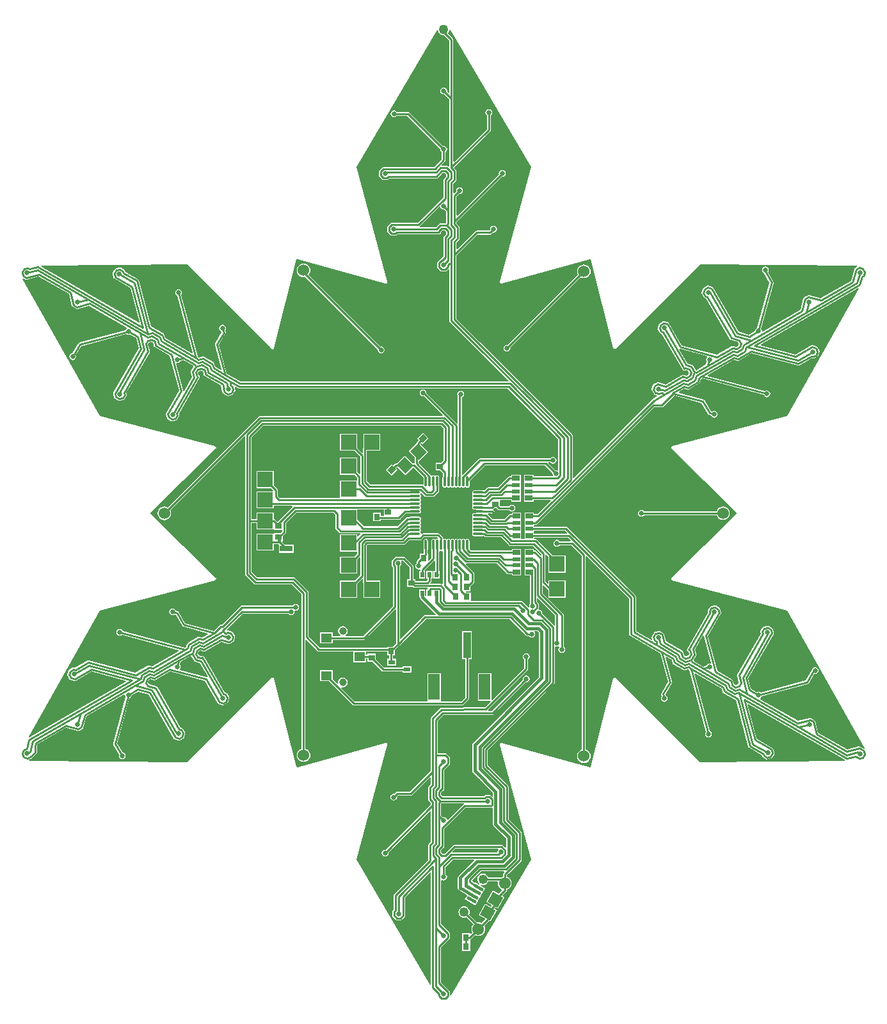
<source format=gbl>
G04*
G04 #@! TF.GenerationSoftware,Altium Limited,Altium Designer,18.1.9 (240)*
G04*
G04 Layer_Physical_Order=2*
G04 Layer_Color=16711680*
%FSLAX25Y25*%
%MOIN*%
G70*
G01*
G75*
%ADD10C,0.01000*%
%ADD14R,0.03347X0.03150*%
%ADD17C,0.01500*%
%ADD30C,0.03937*%
%ADD31C,0.04921*%
%ADD32C,0.06102*%
%ADD33C,0.06000*%
%ADD34C,0.02480*%
%ADD35C,0.05000*%
%ADD36R,0.05512X0.04724*%
%ADD37R,0.03150X0.03347*%
%ADD38R,0.03150X0.03543*%
G04:AMPARAMS|DCode=39|XSize=15.75mil|YSize=53.15mil|CornerRadius=0mil|HoleSize=0mil|Usage=FLASHONLY|Rotation=240.000|XOffset=0mil|YOffset=0mil|HoleType=Round|Shape=Rectangle|*
%AMROTATEDRECTD39*
4,1,4,-0.01908,0.02011,0.02695,-0.00647,0.01908,-0.02011,-0.02695,0.00647,-0.01908,0.02011,0.0*
%
%ADD39ROTATEDRECTD39*%

G04:AMPARAMS|DCode=40|XSize=59.06mil|YSize=61.02mil|CornerRadius=0mil|HoleSize=0mil|Usage=FLASHONLY|Rotation=240.000|XOffset=0mil|YOffset=0mil|HoleType=Round|Shape=Rectangle|*
%AMROTATEDRECTD40*
4,1,4,-0.01166,0.04083,0.04119,0.01032,0.01166,-0.04083,-0.04119,-0.01032,-0.01166,0.04083,0.0*
%
%ADD40ROTATEDRECTD40*%

%ADD41R,0.02165X0.02953*%
%ADD42R,0.07874X0.07874*%
%ADD43R,0.07874X0.07874*%
%ADD44R,0.03858X0.01890*%
%ADD45R,0.03858X0.02677*%
%ADD46R,0.06693X0.03150*%
%ADD47O,0.05512X0.01181*%
%ADD48O,0.01181X0.05512*%
G04:AMPARAMS|DCode=49|XSize=33.47mil|YSize=31.5mil|CornerRadius=0mil|HoleSize=0mil|Usage=FLASHONLY|Rotation=45.000|XOffset=0mil|YOffset=0mil|HoleType=Round|Shape=Rectangle|*
%AMROTATEDRECTD49*
4,1,4,-0.00070,-0.02297,-0.02297,-0.00070,0.00070,0.02297,0.02297,0.00070,-0.00070,-0.02297,0.0*
%
%ADD49ROTATEDRECTD49*%

G04:AMPARAMS|DCode=50|XSize=64.96mil|YSize=61.02mil|CornerRadius=0mil|HoleSize=0mil|Usage=FLASHONLY|Rotation=135.000|XOffset=0mil|YOffset=0mil|HoleType=Round|Shape=Rectangle|*
%AMROTATEDRECTD50*
4,1,4,0.04454,-0.00139,0.00139,-0.04454,-0.04454,0.00139,-0.00139,0.04454,0.04454,-0.00139,0.0*
%
%ADD50ROTATEDRECTD50*%

%ADD51R,0.03543X0.03150*%
%ADD52R,0.03740X0.02362*%
%ADD53R,0.03937X0.13780*%
%ADD54R,0.05906X0.13386*%
G36*
X259528Y514092D02*
X259577Y513717D01*
X259879Y512987D01*
X260360Y512360D01*
X260987Y511879D01*
X261717Y511577D01*
X262500Y511474D01*
X262574Y511484D01*
X265480Y508578D01*
Y481615D01*
X265019Y481423D01*
X264219Y482223D01*
X264274Y482500D01*
X264139Y483179D01*
X263755Y483755D01*
X263179Y484139D01*
X262500Y484274D01*
X261821Y484139D01*
X261245Y483755D01*
X260861Y483179D01*
X260726Y482500D01*
X260861Y481821D01*
X261245Y481245D01*
X261821Y480861D01*
X262500Y480726D01*
X262777Y480781D01*
X265480Y478078D01*
Y443236D01*
X264980Y443029D01*
X264852Y443158D01*
X264521Y443379D01*
X264131Y443457D01*
X261693D01*
X261502Y443919D01*
X263221Y445638D01*
X263442Y445969D01*
X263520Y446359D01*
Y450588D01*
X263755Y450745D01*
X264139Y451321D01*
X264274Y452000D01*
X264139Y452679D01*
X263755Y453255D01*
X263179Y453639D01*
X262500Y453774D01*
X262223Y453719D01*
X244664Y471278D01*
X244333Y471499D01*
X243943Y471577D01*
X238032D01*
X237875Y471812D01*
X237299Y472196D01*
X236620Y472331D01*
X235941Y472196D01*
X235366Y471812D01*
X234981Y471236D01*
X234846Y470557D01*
X234981Y469878D01*
X235366Y469302D01*
X235941Y468918D01*
X236620Y468783D01*
X237299Y468918D01*
X237875Y469302D01*
X238032Y469537D01*
X243521D01*
X260781Y452277D01*
X260726Y452000D01*
X260861Y451321D01*
X261245Y450745D01*
X261480Y450588D01*
Y446781D01*
X257557Y442858D01*
X231031D01*
X230641Y442781D01*
X230310Y442560D01*
X228941Y441190D01*
X228719Y440859D01*
X228642Y440469D01*
Y438531D01*
X228719Y438141D01*
X228941Y437810D01*
X230310Y436440D01*
X230641Y436219D01*
X231031Y436142D01*
X232969D01*
X233359Y436219D01*
X233690Y436440D01*
X234131Y436882D01*
X258594D01*
X258984Y436960D01*
X259315Y437181D01*
X261954Y439819D01*
X263046D01*
X263819Y439046D01*
Y437954D01*
X262582Y436717D01*
X262361Y436386D01*
X262284Y435996D01*
Y427033D01*
X248985Y413734D01*
X235546D01*
X235156Y413657D01*
X234825Y413436D01*
X233455Y412066D01*
X233234Y411735D01*
X233156Y411345D01*
Y409407D01*
X233234Y409017D01*
X233455Y408686D01*
X234825Y407316D01*
X235156Y407095D01*
X235546Y407018D01*
X237483D01*
X237873Y407095D01*
X238204Y407316D01*
X238646Y407758D01*
X260161D01*
X260552Y407835D01*
X260882Y408057D01*
X261103Y408387D01*
X261181Y408778D01*
Y409046D01*
X261954Y409819D01*
X263046D01*
X263819Y409046D01*
Y407954D01*
X262983Y407117D01*
X262913Y407103D01*
X262582Y406882D01*
X262361Y406552D01*
X262284Y406161D01*
Y396241D01*
X261142Y395100D01*
X261141Y395099D01*
X260810Y394879D01*
X259440Y393509D01*
X259219Y393178D01*
X259142Y392788D01*
Y390850D01*
X259219Y390460D01*
X259440Y390129D01*
X260810Y388759D01*
X261141Y388538D01*
X261531Y388461D01*
X263469D01*
X263859Y388538D01*
X264190Y388759D01*
X265019Y389588D01*
X265480Y389397D01*
Y362760D01*
X265558Y362370D01*
X265779Y362040D01*
X278941Y348878D01*
X296308Y331510D01*
X296117Y331048D01*
X156773D01*
X149499Y335248D01*
X145493Y350201D01*
X148836Y355992D01*
X148964Y356369D01*
X148938Y356766D01*
X148671Y357763D01*
X148958Y358192D01*
X149093Y358871D01*
X148958Y359550D01*
X148573Y360125D01*
X147998Y360510D01*
X147319Y360645D01*
X146640Y360510D01*
X146064Y360125D01*
X145680Y359550D01*
X145545Y358871D01*
X145680Y358192D01*
X146064Y357616D01*
X146640Y357231D01*
X146706Y357218D01*
X146859Y356646D01*
X143516Y350855D01*
X143516Y350855D01*
X143388Y350478D01*
X143414Y350081D01*
X146833Y337321D01*
X146436Y337017D01*
X143514Y338704D01*
X143061Y340393D01*
X142885Y340750D01*
X142586Y341012D01*
X142586Y341012D01*
X137468Y343967D01*
X137468Y343967D01*
X137092Y344095D01*
X136695Y344069D01*
X135005Y343616D01*
X134344Y343998D01*
X125706Y376234D01*
X125993Y376663D01*
X126128Y377342D01*
X125993Y378021D01*
X125608Y378597D01*
X125033Y378981D01*
X124354Y379117D01*
X123675Y378981D01*
X123099Y378597D01*
X122715Y378021D01*
X122580Y377342D01*
X122715Y376663D01*
X123099Y376088D01*
X123675Y375703D01*
X123741Y375690D01*
X131677Y346071D01*
X131281Y345766D01*
X117533Y353704D01*
X117081Y355393D01*
X116905Y355750D01*
X116606Y356012D01*
X116606Y356012D01*
X110078Y359781D01*
X103611Y383913D01*
X103435Y384270D01*
X103136Y384532D01*
X103136Y384532D01*
X96679Y388260D01*
X96518Y388863D01*
X96342Y389220D01*
X96043Y389483D01*
X94365Y390451D01*
X93988Y390579D01*
X93591Y390553D01*
X91720Y390052D01*
X91363Y389876D01*
X91101Y389577D01*
X90132Y387899D01*
X90004Y387522D01*
X90030Y387125D01*
X90532Y385254D01*
X90708Y384897D01*
X91007Y384635D01*
X91007Y384635D01*
X99277Y379860D01*
X104058Y362017D01*
X103661Y361713D01*
X53095Y390907D01*
X53222Y391391D01*
X129000Y392078D01*
X172737Y348152D01*
X172786Y348119D01*
X172825Y348076D01*
X172915Y348033D01*
X172997Y347977D01*
X173055Y347966D01*
X173108Y347940D01*
X173207Y347935D01*
X173305Y347915D01*
X173362Y347927D01*
X173421Y347923D01*
X173514Y347957D01*
X173612Y347976D01*
X173661Y348008D01*
X173716Y348028D01*
X173790Y348094D01*
X173873Y348149D01*
X173905Y348198D01*
X173949Y348237D01*
X173992Y348327D01*
X174047Y348409D01*
X174059Y348467D01*
X174084Y348520D01*
X185854Y394636D01*
X186311Y394900D01*
X232136Y382037D01*
X232194Y382033D01*
X232250Y382014D01*
X232349Y382021D01*
X232448Y382013D01*
X232504Y382031D01*
X232562Y382035D01*
X232651Y382079D01*
X232746Y382110D01*
X232791Y382148D01*
X232843Y382174D01*
X232908Y382249D01*
X232984Y382314D01*
X233011Y382366D01*
X233049Y382410D01*
X233081Y382505D01*
X233126Y382593D01*
X233130Y382652D01*
X233149Y382707D01*
X233142Y382806D01*
X233150Y382906D01*
X233132Y382961D01*
X233128Y383020D01*
X216956Y442857D01*
X259010Y514198D01*
X259528Y514092D01*
D02*
G37*
G36*
X307979Y442857D02*
X291806Y383020D01*
X291802Y382961D01*
X291784Y382906D01*
X291792Y382806D01*
X291785Y382707D01*
X291804Y382652D01*
X291808Y382593D01*
X291853Y382505D01*
X291885Y382410D01*
X291923Y382366D01*
X291950Y382314D01*
X292025Y382249D01*
X292091Y382174D01*
X292143Y382148D01*
X292188Y382110D01*
X292282Y382079D01*
X292372Y382035D01*
X292430Y382031D01*
X292486Y382013D01*
X292585Y382021D01*
X292684Y382014D01*
X292740Y382033D01*
X292798Y382037D01*
X338623Y394900D01*
X339081Y394637D01*
X350850Y348520D01*
X350876Y348467D01*
X350887Y348409D01*
X350943Y348327D01*
X350986Y348237D01*
X351029Y348198D01*
X351062Y348149D01*
X351145Y348094D01*
X351219Y348028D01*
X351274Y348008D01*
X351323Y347976D01*
X351420Y347957D01*
X351514Y347923D01*
X351573Y347927D01*
X351630Y347915D01*
X351728Y347935D01*
X351827Y347940D01*
X351880Y347966D01*
X351937Y347977D01*
X352020Y348033D01*
X352109Y348076D01*
X352149Y348119D01*
X352197Y348152D01*
X395934Y392078D01*
X477680Y391337D01*
X477811Y390835D01*
X476778Y390239D01*
X476479Y389976D01*
X476303Y389619D01*
X474677Y383552D01*
X458883Y374433D01*
X452815Y376059D01*
X452419Y376085D01*
X452042Y375957D01*
X450364Y374989D01*
X450065Y374726D01*
X449889Y374370D01*
X448263Y368302D01*
X428639Y356972D01*
X428232Y357263D01*
X428242Y357315D01*
X428108Y357994D01*
X427821Y358423D01*
X434245Y382400D01*
X434271Y382797D01*
X434144Y383174D01*
X431324Y388057D01*
X431671Y388577D01*
X431807Y389256D01*
X431671Y389935D01*
X431287Y390510D01*
X430711Y390895D01*
X430032Y391030D01*
X429353Y390895D01*
X428778Y390510D01*
X428393Y389935D01*
X428258Y389256D01*
X428393Y388577D01*
X428778Y388001D01*
X429143Y387757D01*
X432166Y382520D01*
X425855Y358967D01*
X425789Y358954D01*
X425214Y358569D01*
X424829Y357994D01*
X424728Y357488D01*
X421439Y355588D01*
X416080Y357024D01*
X402817Y379996D01*
X402817Y379996D01*
X402555Y380296D01*
X402198Y380471D01*
X400326Y380973D01*
X399929Y380999D01*
X399553Y380871D01*
X397875Y379902D01*
X397576Y379640D01*
X397400Y379283D01*
X396899Y377412D01*
X396872Y377015D01*
X397000Y376638D01*
X397969Y374960D01*
X398231Y374661D01*
X398588Y374485D01*
X399191Y374324D01*
X411423Y353138D01*
X411685Y352839D01*
X412042Y352663D01*
X415646Y351697D01*
X416192Y350751D01*
X415910Y349696D01*
X414963Y349149D01*
X413274Y349602D01*
X412877Y349628D01*
X412500Y349500D01*
X404738Y345019D01*
X386572Y349886D01*
X379852Y361525D01*
X379590Y361824D01*
X379233Y362000D01*
X377361Y362501D01*
X376964Y362527D01*
X376588Y362399D01*
X374910Y361431D01*
X374611Y361169D01*
X374435Y360812D01*
X373934Y358940D01*
X373907Y358543D01*
X374035Y358167D01*
X375004Y356489D01*
X375266Y356190D01*
X375623Y356014D01*
X376226Y355852D01*
X386984Y337219D01*
X387246Y336920D01*
X387603Y336744D01*
X388000Y336718D01*
X388377Y336846D01*
X388610Y336980D01*
X389665Y336697D01*
X390212Y335751D01*
X389929Y334696D01*
X388983Y334149D01*
X387840Y334455D01*
X387793Y334509D01*
X387436Y334685D01*
X387436Y334685D01*
X387039Y334711D01*
X386663Y334583D01*
X378072Y329623D01*
X376512Y330041D01*
X376512Y330041D01*
X376155Y330217D01*
X374284Y330719D01*
X373886Y330745D01*
X373510Y330617D01*
X371832Y329648D01*
X371533Y329386D01*
X371357Y329029D01*
X370855Y327158D01*
X370830Y326761D01*
X370957Y326384D01*
X371926Y324706D01*
X372188Y324407D01*
X372545Y324231D01*
X373677Y323928D01*
X373743Y323432D01*
X371549Y322166D01*
X371423Y322055D01*
X371341Y322000D01*
X330056Y280715D01*
X329594Y280906D01*
Y302947D01*
X329516Y303337D01*
X329295Y303668D01*
X307305Y325658D01*
X281045Y351918D01*
X269118Y363845D01*
Y396676D01*
X280064Y407622D01*
X286752D01*
X287142Y407700D01*
X287473Y407921D01*
X288208Y408657D01*
X288486Y408602D01*
X289164Y408737D01*
X289740Y409121D01*
X290125Y409697D01*
X290260Y410376D01*
X290125Y411055D01*
X289740Y411630D01*
X289164Y412015D01*
X288486Y412150D01*
X287807Y412015D01*
X287231Y411630D01*
X286846Y411055D01*
X286711Y410376D01*
X286766Y410099D01*
X286329Y409661D01*
X279642D01*
X279252Y409584D01*
X278921Y409363D01*
X269580Y400022D01*
X269118Y400213D01*
Y403587D01*
X270355Y404824D01*
X270576Y405155D01*
X270654Y405545D01*
Y411455D01*
X270576Y411845D01*
X270355Y412176D01*
X269118Y413413D01*
Y414176D01*
X292723Y437781D01*
X293000Y437726D01*
X293679Y437861D01*
X294255Y438245D01*
X294639Y438821D01*
X294774Y439500D01*
X294639Y440179D01*
X294255Y440755D01*
X293679Y441139D01*
X293000Y441274D01*
X292321Y441139D01*
X291745Y440755D01*
X291361Y440179D01*
X291226Y439500D01*
X291281Y439223D01*
X269580Y417522D01*
X269118Y417713D01*
Y427404D01*
X270495Y428781D01*
X270772Y428726D01*
X271451Y428861D01*
X272027Y429245D01*
X272411Y429821D01*
X272547Y430500D01*
X272411Y431179D01*
X272027Y431755D01*
X271451Y432139D01*
X270772Y432274D01*
X270093Y432139D01*
X269518Y431755D01*
X269133Y431179D01*
X268998Y430500D01*
X269053Y430223D01*
X267982Y429151D01*
X267520Y429343D01*
Y434249D01*
X268756Y435486D01*
X268977Y435817D01*
X269055Y436207D01*
Y440793D01*
X268977Y441183D01*
X268756Y441514D01*
X267790Y442480D01*
X286721Y461411D01*
X286942Y461742D01*
X287020Y462132D01*
Y469645D01*
X287255Y469802D01*
X287639Y470378D01*
X287774Y471057D01*
X287639Y471736D01*
X287255Y472312D01*
X286679Y472696D01*
X286000Y472831D01*
X285321Y472696D01*
X284745Y472312D01*
X284361Y471736D01*
X284226Y471057D01*
X284361Y470378D01*
X284745Y469802D01*
X284980Y469645D01*
Y462554D01*
X267982Y445555D01*
X267520Y445747D01*
Y478500D01*
Y509000D01*
X267442Y509390D01*
X267221Y509721D01*
X264636Y512306D01*
X264640Y512360D01*
X265121Y512987D01*
X265423Y513717D01*
X265460Y514001D01*
X265978Y514106D01*
X307979Y442857D01*
D02*
G37*
G36*
X260828Y421986D02*
X260861Y421821D01*
X261245Y421245D01*
X261821Y420861D01*
X262500Y420726D01*
X262777Y420781D01*
X263779Y419779D01*
X263882Y419710D01*
Y413630D01*
X263708Y413457D01*
X260869D01*
X260479Y413379D01*
X260148Y413158D01*
X258386Y411396D01*
X250133D01*
X249981Y411896D01*
X250128Y411994D01*
X260285Y422151D01*
X260828Y421986D01*
D02*
G37*
G36*
X67246Y376691D02*
X68872Y370624D01*
X69048Y370267D01*
X69347Y370005D01*
X71025Y369036D01*
X71401Y368908D01*
X71798Y368934D01*
X77865Y370560D01*
X97442Y359257D01*
X97416Y358695D01*
X97024Y358433D01*
X96639Y357857D01*
X96626Y357791D01*
X72665Y351371D01*
X72308Y351195D01*
X72046Y350896D01*
X72046Y350896D01*
X69095Y345784D01*
X68589Y345684D01*
X68013Y345299D01*
X67629Y344724D01*
X67494Y344044D01*
X67629Y343366D01*
X68013Y342790D01*
X68589Y342405D01*
X69268Y342270D01*
X69947Y342405D01*
X70522Y342790D01*
X70907Y343366D01*
X71042Y344044D01*
X70907Y344724D01*
X70869Y344780D01*
X73601Y349511D01*
X97170Y355826D01*
X97600Y355539D01*
X98278Y355404D01*
X98958Y355539D01*
X99014Y355577D01*
X102288Y353686D01*
X103724Y348327D01*
X90461Y325355D01*
X90461Y325355D01*
X90333Y324978D01*
X90359Y324581D01*
X90861Y322710D01*
X91037Y322353D01*
X91336Y322091D01*
X93014Y321122D01*
X93390Y320994D01*
X93787Y321020D01*
X95659Y321522D01*
X96015Y321698D01*
X96278Y321997D01*
X97246Y323675D01*
X97374Y324051D01*
X97348Y324448D01*
X97187Y325051D01*
X109418Y346237D01*
X109546Y346614D01*
X109520Y347011D01*
X108554Y350615D01*
X109101Y351561D01*
X110156Y351844D01*
X111102Y351298D01*
X111555Y349608D01*
X111731Y349251D01*
X112030Y348989D01*
X119793Y344508D01*
X124660Y326341D01*
X117941Y314703D01*
X117813Y314326D01*
X117839Y313929D01*
X118340Y312057D01*
X118516Y311701D01*
X118815Y311438D01*
X120493Y310470D01*
X120870Y310342D01*
X121267Y310368D01*
X123138Y310869D01*
X123495Y311045D01*
X123757Y311344D01*
X124726Y313022D01*
X124854Y313399D01*
X124828Y313796D01*
X124666Y314399D01*
X135424Y333032D01*
X135552Y333409D01*
X135526Y333806D01*
X135350Y334163D01*
X135051Y334425D01*
X134818Y334559D01*
X134535Y335615D01*
X135082Y336561D01*
X136137Y336844D01*
X137083Y336298D01*
X137389Y335155D01*
X137367Y335088D01*
X137393Y334691D01*
X137569Y334334D01*
X137868Y334072D01*
X137868Y334072D01*
X146459Y329112D01*
X146877Y327552D01*
X146876Y327552D01*
X146902Y327155D01*
X147404Y325283D01*
X147580Y324926D01*
X147879Y324664D01*
X149557Y323695D01*
X149933Y323568D01*
X150330Y323594D01*
X152202Y324095D01*
X152558Y324271D01*
X152821Y324570D01*
X153789Y326248D01*
X153917Y326624D01*
X153891Y327022D01*
X153588Y328154D01*
X153985Y328458D01*
X155594Y327529D01*
X155657Y327508D01*
X155713Y327470D01*
X155844Y327444D01*
X155970Y327401D01*
X156037Y327406D01*
X156103Y327393D01*
X295905D01*
X303877Y319420D01*
X322221Y301077D01*
Y284808D01*
X321780Y284572D01*
X321679Y284639D01*
X321000Y284774D01*
X320723Y284719D01*
X316923Y288519D01*
X317115Y288980D01*
X318088D01*
X318245Y288745D01*
X318821Y288361D01*
X319500Y288226D01*
X320179Y288361D01*
X320755Y288745D01*
X321139Y289321D01*
X321274Y290000D01*
X321139Y290679D01*
X320755Y291255D01*
X320179Y291639D01*
X319500Y291774D01*
X318821Y291639D01*
X318245Y291255D01*
X318088Y291020D01*
X281377D01*
X280986Y290942D01*
X280656Y290721D01*
X272409Y282475D01*
X271909Y282682D01*
Y322853D01*
X272024Y322876D01*
X272600Y323260D01*
X272984Y323836D01*
X273119Y324515D01*
X272984Y325194D01*
X272600Y325769D01*
X272024Y326154D01*
X271345Y326289D01*
X270666Y326154D01*
X270091Y325769D01*
X269706Y325194D01*
X269571Y324515D01*
X269706Y323836D01*
X269870Y323590D01*
Y309360D01*
X269370Y309153D01*
X253482Y325041D01*
X253490Y325080D01*
X253355Y325759D01*
X252970Y326334D01*
X252395Y326719D01*
X251716Y326854D01*
X251037Y326719D01*
X250461Y326334D01*
X250077Y325759D01*
X249942Y325080D01*
X250077Y324401D01*
X250461Y323825D01*
X251037Y323441D01*
X251716Y323306D01*
X252231Y323408D01*
X262004Y313635D01*
X261813Y313173D01*
X166686D01*
X166296Y313096D01*
X165965Y312875D01*
X118659Y265568D01*
X117914Y265877D01*
X117000Y265998D01*
X116086Y265877D01*
X115235Y265525D01*
X114504Y264964D01*
X113943Y264232D01*
X113590Y263381D01*
X113470Y262467D01*
X113590Y261554D01*
X113943Y260702D01*
X114504Y259971D01*
X115235Y259410D01*
X116086Y259057D01*
X117000Y258937D01*
X117914Y259057D01*
X118765Y259410D01*
X119496Y259971D01*
X120057Y260702D01*
X120410Y261554D01*
X120530Y262467D01*
X120410Y263381D01*
X120101Y264126D01*
X158519Y302544D01*
X158980Y302352D01*
Y230851D01*
X159058Y230461D01*
X159279Y230130D01*
X163591Y225818D01*
X163922Y225597D01*
X164312Y225520D01*
X183261D01*
X188480Y220301D01*
Y139866D01*
X187735Y139557D01*
X187004Y138996D01*
X186443Y138265D01*
X186090Y137414D01*
X185970Y136500D01*
X186090Y135586D01*
X186443Y134735D01*
X187004Y134004D01*
X187735Y133443D01*
X188586Y133090D01*
X189500Y132970D01*
X190414Y133090D01*
X191265Y133443D01*
X191996Y134004D01*
X192557Y134735D01*
X192910Y135586D01*
X193030Y136500D01*
X192910Y137414D01*
X192557Y138265D01*
X191996Y138996D01*
X191265Y139557D01*
X190520Y139866D01*
Y196385D01*
X190981Y196576D01*
X196827Y190731D01*
X197158Y190510D01*
X197548Y190432D01*
X215406D01*
Y184882D01*
X221917D01*
Y186724D01*
X222827D01*
Y185181D01*
X225538D01*
X230218Y180501D01*
X230549Y180280D01*
X230939Y180203D01*
X241084D01*
Y179541D01*
X245824D01*
Y182903D01*
X241084D01*
Y182242D01*
X231362D01*
X227173Y186430D01*
Y189331D01*
X222827D01*
Y188764D01*
X221917D01*
Y190432D01*
X233088D01*
Y188549D01*
X234143D01*
Y186644D01*
X233013D01*
Y183281D01*
X237753D01*
Y186644D01*
X236182D01*
Y188549D01*
X237237D01*
Y191355D01*
X239392Y193510D01*
X253296Y207414D01*
X296853D01*
X305407Y198861D01*
X305737Y198640D01*
X306128Y198562D01*
X307002D01*
X307159Y198327D01*
X307734Y197943D01*
X308413Y197808D01*
X309092Y197943D01*
X309668Y198327D01*
X310053Y198903D01*
X310188Y199582D01*
X310053Y200261D01*
X309742Y200726D01*
X309877Y201112D01*
X309963Y201225D01*
X311333D01*
X312226Y200333D01*
Y177160D01*
X277849Y142783D01*
X277572Y142369D01*
X277476Y141882D01*
Y128357D01*
X277572Y127869D01*
X277849Y127456D01*
X288226Y117079D01*
Y114996D01*
X287764Y114804D01*
X287107Y115461D01*
X286776Y115682D01*
X286386Y115760D01*
X284530D01*
X284140Y115682D01*
X283809Y115461D01*
X283529Y115181D01*
X261954D01*
X261181Y115954D01*
Y117046D01*
X262017Y117883D01*
X262087Y117897D01*
X262418Y118118D01*
X262639Y118448D01*
X262716Y118839D01*
Y128788D01*
X265461Y131532D01*
X265682Y131863D01*
X265760Y132253D01*
Y135158D01*
X265682Y135548D01*
X265461Y135879D01*
X264119Y137221D01*
X263788Y137442D01*
X263398Y137520D01*
X259526D01*
X259438Y154409D01*
X262418Y157420D01*
X288046Y157554D01*
X288435Y157633D01*
X288765Y157856D01*
X305231Y174495D01*
X305500Y174442D01*
X306179Y174577D01*
X306755Y174961D01*
X307139Y175537D01*
X307274Y176216D01*
X307139Y176895D01*
X306755Y177470D01*
X306179Y177855D01*
X305500Y177990D01*
X304821Y177855D01*
X304245Y177470D01*
X303861Y176895D01*
X303726Y176216D01*
X303783Y175930D01*
X287613Y159590D01*
X285847Y159581D01*
X285639Y160080D01*
X306221Y180698D01*
X306221Y180698D01*
X306221Y180698D01*
X306222Y180698D01*
X306329Y180860D01*
X306442Y181028D01*
X306442Y181029D01*
X306442Y181029D01*
X306481Y181223D01*
X306520Y181419D01*
Y186385D01*
X306755Y186542D01*
X307139Y187118D01*
X307274Y187797D01*
X307139Y188476D01*
X306755Y189051D01*
X306179Y189436D01*
X305500Y189571D01*
X304821Y189436D01*
X304245Y189051D01*
X303861Y188476D01*
X303726Y187797D01*
X303861Y187118D01*
X304245Y186542D01*
X304480Y186385D01*
Y181840D01*
X287831Y165162D01*
X287331Y165369D01*
Y179193D01*
X280425D01*
Y164807D01*
X286770D01*
X286977Y164307D01*
X284006Y161331D01*
X261247Y161213D01*
X260857Y161133D01*
X260527Y160910D01*
X256177Y156514D01*
X256069Y156351D01*
X255960Y156187D01*
X255959Y156184D01*
X255958Y156182D01*
X255920Y155989D01*
X255882Y155797D01*
Y128324D01*
X244936Y117378D01*
X238248D01*
X237858Y117300D01*
X237527Y117079D01*
X236792Y116343D01*
X236514Y116398D01*
X235836Y116263D01*
X235260Y115879D01*
X234875Y115303D01*
X234740Y114624D01*
X234875Y113945D01*
X235260Y113370D01*
X235836Y112985D01*
X236514Y112850D01*
X237193Y112985D01*
X237769Y113370D01*
X238154Y113945D01*
X238289Y114624D01*
X238234Y114901D01*
X238671Y115339D01*
X245358D01*
X245748Y115416D01*
X246079Y115637D01*
X255420Y124978D01*
X255882Y124787D01*
Y121413D01*
X254645Y120176D01*
X254424Y119845D01*
X254346Y119455D01*
Y113545D01*
X254424Y113155D01*
X254645Y112824D01*
X255882Y111587D01*
Y110824D01*
X232277Y87219D01*
X232000Y87274D01*
X231321Y87139D01*
X230745Y86755D01*
X230361Y86179D01*
X230226Y85500D01*
X230361Y84821D01*
X230745Y84245D01*
X231321Y83861D01*
X232000Y83726D01*
X232679Y83861D01*
X233255Y84245D01*
X233639Y84821D01*
X233774Y85500D01*
X233719Y85777D01*
X255420Y107478D01*
X255882Y107287D01*
Y91413D01*
X254645Y90176D01*
X254424Y89845D01*
X254346Y89455D01*
Y81917D01*
X236681Y64251D01*
X236460Y63920D01*
X236382Y63530D01*
Y56074D01*
X235941Y55633D01*
X235719Y55302D01*
X235642Y54912D01*
Y52974D01*
X235719Y52584D01*
X235941Y52253D01*
X237310Y50884D01*
X237641Y50662D01*
X238031Y50585D01*
X239969D01*
X240359Y50662D01*
X240690Y50884D01*
X242059Y52253D01*
X242281Y52584D01*
X242358Y52974D01*
Y62524D01*
X255420Y75586D01*
X255882Y75394D01*
Y16992D01*
X255400Y16861D01*
X216956Y82078D01*
X233128Y141915D01*
X233132Y141973D01*
X233150Y142029D01*
X233142Y142128D01*
X233149Y142227D01*
X233130Y142283D01*
X233126Y142341D01*
X233081Y142430D01*
X233049Y142524D01*
X233011Y142568D01*
X232984Y142621D01*
X232908Y142685D01*
X232843Y142760D01*
X232790Y142786D01*
X232746Y142824D01*
X232651Y142855D01*
X232562Y142899D01*
X232504Y142903D01*
X232448Y142921D01*
X232349Y142914D01*
X232250Y142921D01*
X232194Y142902D01*
X232136Y142897D01*
X186311Y130034D01*
X185854Y130298D01*
X174084Y176414D01*
X174059Y176467D01*
X174047Y176524D01*
X173992Y176607D01*
X173949Y176697D01*
X173905Y176736D01*
X173873Y176785D01*
X173790Y176840D01*
X173716Y176906D01*
X173661Y176926D01*
X173612Y176958D01*
X173514Y176977D01*
X173421Y177010D01*
X173362Y177007D01*
X173305Y177018D01*
X173207Y176999D01*
X173108Y176994D01*
X173055Y176968D01*
X172997Y176957D01*
X172915Y176901D01*
X172825Y176858D01*
X172786Y176815D01*
X172737Y176782D01*
X129000Y132856D01*
X46705Y133603D01*
X46573Y134104D01*
X47935Y134891D01*
X48035Y134979D01*
X48146Y135053D01*
X50302Y137209D01*
X50523Y137540D01*
X50601Y137930D01*
Y141133D01*
X50845Y142044D01*
X65830Y150696D01*
X71897Y149070D01*
X72294Y149044D01*
X72671Y149172D01*
X74349Y150141D01*
X74648Y150403D01*
X74824Y150760D01*
X76450Y156827D01*
X96074Y168157D01*
X96481Y167866D01*
X96470Y167815D01*
X96605Y167136D01*
X96892Y166707D01*
X90468Y142729D01*
X90442Y142332D01*
X90569Y141956D01*
X90569Y141956D01*
X93512Y136859D01*
X93475Y136803D01*
X93340Y136124D01*
X93475Y135445D01*
X93859Y134869D01*
X94435Y134485D01*
X95114Y134350D01*
X95793Y134485D01*
X96368Y134869D01*
X96753Y135445D01*
X96888Y136124D01*
X96753Y136803D01*
X96368Y137378D01*
X95793Y137763D01*
X95287Y137864D01*
X92546Y142609D01*
X98857Y166162D01*
X98924Y166175D01*
X99499Y166560D01*
X99884Y167136D01*
X99985Y167642D01*
X103274Y169541D01*
X108633Y168105D01*
X121896Y145133D01*
X121896Y145133D01*
X122158Y144834D01*
X122515Y144658D01*
X124387Y144157D01*
X124783Y144131D01*
X125160Y144258D01*
X126838Y145227D01*
X127137Y145489D01*
X127313Y145846D01*
X127814Y147717D01*
X127840Y148114D01*
X127713Y148491D01*
X126744Y150169D01*
X126744Y150169D01*
X126482Y150468D01*
X126125Y150644D01*
X125522Y150806D01*
X113290Y171991D01*
X113028Y172290D01*
X112671Y172466D01*
X109067Y173432D01*
X108520Y174378D01*
X108803Y175434D01*
X109750Y175980D01*
X111439Y175528D01*
X111836Y175501D01*
X112213Y175629D01*
X119975Y180111D01*
X138141Y175243D01*
X144861Y163605D01*
X145123Y163305D01*
X145480Y163130D01*
X147351Y162628D01*
X147748Y162602D01*
X148125Y162730D01*
X149803Y163699D01*
X150102Y163961D01*
X150278Y164318D01*
X150779Y166189D01*
X150805Y166586D01*
X150678Y166963D01*
X149709Y168641D01*
X149447Y168940D01*
X149090Y169116D01*
X148487Y169277D01*
X137729Y187910D01*
X137466Y188210D01*
X137110Y188385D01*
X136713Y188412D01*
X136336Y188284D01*
X136103Y188149D01*
X135048Y188432D01*
X134501Y189378D01*
X134784Y190434D01*
X135730Y190980D01*
X136873Y190674D01*
X136920Y190621D01*
X137277Y190445D01*
X137674Y190419D01*
X138050Y190547D01*
X146641Y195507D01*
X148201Y195089D01*
X148201Y195088D01*
X148558Y194912D01*
X150429Y194411D01*
X150826Y194385D01*
X151203Y194513D01*
X151203Y194513D01*
X152881Y195481D01*
X153180Y195744D01*
X153356Y196100D01*
X153857Y197972D01*
X153883Y198369D01*
X153756Y198745D01*
X152787Y200423D01*
X152525Y200722D01*
X152168Y200898D01*
X150296Y201400D01*
X149899Y201426D01*
X149688Y201354D01*
X149417Y201790D01*
X157738Y210111D01*
X181588D01*
X181745Y209876D01*
X182321Y209492D01*
X183000Y209357D01*
X183679Y209492D01*
X184255Y209876D01*
X184639Y210452D01*
X184774Y211131D01*
X184734Y211334D01*
X185159Y211759D01*
X185328Y211726D01*
X186007Y211861D01*
X186583Y212245D01*
X186968Y212821D01*
X187103Y213500D01*
X186968Y214179D01*
X186583Y214755D01*
X186007Y215139D01*
X185328Y215274D01*
X184650Y215139D01*
X184074Y214755D01*
X183917Y214520D01*
X157564D01*
X157174Y214442D01*
X156843Y214221D01*
X147078Y204456D01*
X146314D01*
X145924Y204379D01*
X145594Y204158D01*
X142687Y201251D01*
X127895Y205215D01*
X124551Y211006D01*
X124551Y211006D01*
X124289Y211305D01*
X123932Y211481D01*
X122952Y211744D01*
X122939Y211810D01*
X122554Y212386D01*
X121978Y212770D01*
X121299Y212905D01*
X120620Y212770D01*
X120045Y212386D01*
X119660Y211810D01*
X119525Y211131D01*
X119660Y210452D01*
X120045Y209876D01*
X120620Y209492D01*
X121299Y209357D01*
X121978Y209492D01*
X122407Y209778D01*
X122996Y209621D01*
X126340Y203829D01*
X126602Y203530D01*
X126959Y203354D01*
X139719Y199935D01*
X139784Y199440D01*
X136862Y197752D01*
X135173Y198205D01*
X134776Y198231D01*
X134399Y198103D01*
X129281Y195148D01*
X129281Y195148D01*
X128982Y194886D01*
X128806Y194529D01*
X128353Y192840D01*
X127692Y192458D01*
X95472Y201091D01*
X95459Y201157D01*
X95074Y201733D01*
X94499Y202118D01*
X93820Y202253D01*
X93141Y202118D01*
X92565Y201733D01*
X92181Y201157D01*
X92046Y200479D01*
X92181Y199800D01*
X92565Y199224D01*
X93141Y198839D01*
X93820Y198704D01*
X94499Y198839D01*
X94928Y199126D01*
X124564Y191185D01*
X124629Y190690D01*
X110881Y182752D01*
X109192Y183205D01*
X108795Y183231D01*
X108418Y183103D01*
X101890Y179334D01*
X77758Y185801D01*
X77361Y185827D01*
X76984Y185699D01*
X70527Y181971D01*
X69924Y182132D01*
X69527Y182158D01*
X69151Y182030D01*
X67473Y181062D01*
X67174Y180799D01*
X66998Y180443D01*
X66496Y178571D01*
X66470Y178174D01*
X66598Y177798D01*
X66598Y177798D01*
X67567Y176120D01*
X67829Y175821D01*
X68186Y175645D01*
X70057Y175143D01*
X70454Y175117D01*
X70831Y175245D01*
X79101Y180020D01*
X96944Y175239D01*
X97009Y174743D01*
X46785Y145747D01*
X46417Y146111D01*
X83489Y211689D01*
X143398Y227600D01*
X143451Y227625D01*
X143508Y227638D01*
X143590Y227694D01*
X143680Y227738D01*
X143718Y227782D01*
X143767Y227815D01*
X143821Y227898D01*
X143887Y227973D01*
X143906Y228028D01*
X143938Y228077D01*
X143956Y228175D01*
X143988Y228269D01*
X143984Y228327D01*
X143995Y228385D01*
X143974Y228483D01*
X143968Y228582D01*
X143942Y228634D01*
X143930Y228692D01*
X143874Y228774D01*
X143830Y228863D01*
X143786Y228902D01*
X143753Y228950D01*
X109700Y262203D01*
Y262732D01*
X143753Y295985D01*
X143786Y296033D01*
X143830Y296072D01*
X143874Y296161D01*
X143930Y296243D01*
X143942Y296300D01*
X143968Y296353D01*
X143974Y296452D01*
X143995Y296550D01*
X143984Y296607D01*
X143988Y296666D01*
X143956Y296760D01*
X143938Y296857D01*
X143906Y296906D01*
X143887Y296962D01*
X143821Y297037D01*
X143767Y297120D01*
X143718Y297153D01*
X143680Y297197D01*
X143590Y297241D01*
X143508Y297297D01*
X143451Y297309D01*
X143398Y297335D01*
X83489Y313246D01*
X43193Y384527D01*
X43561Y384892D01*
X44611Y384286D01*
X44987Y384158D01*
X45384Y384184D01*
X51452Y385810D01*
X67246Y376691D01*
D02*
G37*
G36*
X478805Y379333D02*
X441445Y313246D01*
X381536Y297335D01*
X381484Y297309D01*
X381426Y297297D01*
X381344Y297241D01*
X381255Y297197D01*
X381216Y297153D01*
X381168Y297120D01*
X381114Y297037D01*
X381048Y296962D01*
X381029Y296906D01*
X380997Y296857D01*
X380979Y296760D01*
X380947Y296666D01*
X380950Y296607D01*
X380940Y296550D01*
X380960Y296452D01*
X380966Y296353D01*
X380992Y296300D01*
X381004Y296243D01*
X381061Y296161D01*
X381104Y296072D01*
X381148Y296033D01*
X381181Y295985D01*
X415235Y262732D01*
Y262203D01*
X381181Y228950D01*
X381148Y228902D01*
X381104Y228863D01*
X381061Y228774D01*
X381004Y228692D01*
X380992Y228634D01*
X380966Y228582D01*
X380960Y228483D01*
X380940Y228385D01*
X380950Y228327D01*
X380947Y228269D01*
X380979Y228175D01*
X380997Y228077D01*
X381029Y228028D01*
X381048Y227973D01*
X381114Y227898D01*
X381168Y227815D01*
X381216Y227782D01*
X381255Y227738D01*
X381344Y227694D01*
X381426Y227638D01*
X381484Y227625D01*
X381536Y227600D01*
X441445Y211689D01*
X481882Y140160D01*
X481514Y139795D01*
X479550Y140929D01*
X479173Y141057D01*
X478776Y141031D01*
X472709Y139405D01*
X457535Y148166D01*
X455909Y154233D01*
X455733Y154590D01*
X455434Y154852D01*
X453756Y155821D01*
X453379Y155949D01*
X452982Y155923D01*
X446915Y154297D01*
X427339Y165600D01*
X427365Y166162D01*
X427757Y166424D01*
X428141Y167000D01*
X428155Y167066D01*
X452115Y173486D01*
X452472Y173662D01*
X452734Y173961D01*
X455565Y178864D01*
X455946Y178788D01*
X456625Y178923D01*
X457200Y179308D01*
X457585Y179884D01*
X457720Y180563D01*
X457585Y181242D01*
X457200Y181817D01*
X456625Y182202D01*
X455946Y182337D01*
X455267Y182202D01*
X454691Y181817D01*
X454307Y181242D01*
X454172Y180563D01*
X454177Y180537D01*
X451180Y175346D01*
X427610Y169031D01*
X427181Y169318D01*
X426502Y169453D01*
X425823Y169318D01*
X425767Y169280D01*
X422492Y171171D01*
X421056Y176530D01*
X434319Y199502D01*
X434447Y199879D01*
X434421Y200276D01*
X433920Y202147D01*
X433744Y202504D01*
X433445Y202766D01*
X431767Y203735D01*
X431390Y203863D01*
X430993Y203837D01*
X429122Y203335D01*
X428765Y203159D01*
X428503Y202860D01*
X427534Y201183D01*
X427406Y200806D01*
X427432Y200409D01*
X427594Y199806D01*
X415362Y178620D01*
X415235Y178243D01*
X415261Y177846D01*
X416226Y174242D01*
X415680Y173296D01*
X414624Y173013D01*
X413678Y173559D01*
X413225Y175249D01*
X413050Y175606D01*
X412750Y175868D01*
X404988Y180350D01*
X400120Y198516D01*
X406840Y210155D01*
X406968Y210531D01*
X406942Y210928D01*
X406440Y212800D01*
X406264Y213156D01*
X405965Y213419D01*
X404288Y214387D01*
X403911Y214515D01*
X403514Y214489D01*
X401643Y213988D01*
X401286Y213812D01*
X401023Y213513D01*
X400055Y211835D01*
X399927Y211458D01*
X399953Y211061D01*
X400115Y210458D01*
X389357Y191825D01*
X389357Y191825D01*
X389229Y191448D01*
X389255Y191051D01*
X389431Y190694D01*
X389730Y190432D01*
X389963Y190298D01*
X390246Y189242D01*
X389699Y188296D01*
X388644Y188013D01*
X387697Y188559D01*
X387391Y189702D01*
X387414Y189769D01*
X387388Y190166D01*
X387212Y190523D01*
X386913Y190785D01*
X386913Y190785D01*
X378322Y195745D01*
X377904Y197305D01*
X377904Y197306D01*
X377878Y197703D01*
X377377Y199574D01*
X377201Y199931D01*
X376902Y200193D01*
X376902Y200193D01*
X375224Y201162D01*
X374847Y201290D01*
X374450Y201263D01*
X372579Y200762D01*
X372222Y200586D01*
X371960Y200287D01*
X370991Y198609D01*
X370863Y198233D01*
X370889Y197836D01*
X371193Y196703D01*
X370796Y196399D01*
X362914Y200949D01*
X362618Y201246D01*
Y219023D01*
X362540Y219413D01*
X362319Y219744D01*
X326946Y255117D01*
X326616Y255338D01*
X326225Y255416D01*
X309787D01*
X309433Y255769D01*
Y256172D01*
X309787Y256526D01*
X310450D01*
X310840Y256604D01*
X311171Y256824D01*
X372063Y317717D01*
X376211D01*
X376601Y317795D01*
X376932Y318016D01*
X382632Y323716D01*
X396818Y319915D01*
X400162Y314123D01*
X400424Y313824D01*
X400781Y313648D01*
X401761Y313386D01*
X401774Y313320D01*
X402159Y312744D01*
X402735Y312359D01*
X403414Y312224D01*
X404093Y312359D01*
X404668Y312744D01*
X405053Y313320D01*
X405188Y313999D01*
X405053Y314678D01*
X404668Y315253D01*
X404093Y315638D01*
X403414Y315773D01*
X402735Y315638D01*
X402306Y315351D01*
X401717Y315509D01*
X398373Y321300D01*
X398373Y321300D01*
X398111Y321599D01*
X397754Y321775D01*
X384994Y325194D01*
X384929Y325690D01*
X387851Y327377D01*
X389540Y326924D01*
X389937Y326898D01*
X390314Y327026D01*
X390314Y327026D01*
X395432Y329981D01*
X395432Y329981D01*
X395731Y330243D01*
X395907Y330600D01*
X396360Y332290D01*
X397021Y332671D01*
X429241Y324038D01*
X429254Y323972D01*
X429638Y323396D01*
X430214Y323012D01*
X430893Y322877D01*
X431572Y323012D01*
X432148Y323396D01*
X432532Y323972D01*
X432667Y324651D01*
X432532Y325330D01*
X432148Y325905D01*
X431572Y326290D01*
X430893Y326425D01*
X430214Y326290D01*
X429785Y326003D01*
X400149Y333944D01*
X400084Y334440D01*
X413831Y342377D01*
X415521Y341924D01*
X415918Y341898D01*
X416295Y342026D01*
X422823Y345795D01*
X446955Y339329D01*
X447352Y339303D01*
X447728Y339431D01*
X447728Y339431D01*
X454185Y343159D01*
X454789Y342997D01*
X455186Y342971D01*
X455562Y343099D01*
X455562Y343099D01*
X457240Y344068D01*
X457539Y344330D01*
X457715Y344687D01*
X458217Y346558D01*
X458243Y346955D01*
X458115Y347332D01*
X457146Y349010D01*
X456884Y349309D01*
X456527Y349485D01*
X454656Y349986D01*
X454259Y350012D01*
X453882Y349884D01*
X445612Y345110D01*
X427769Y349890D01*
X427704Y350386D01*
X478450Y379685D01*
X478805Y379333D01*
D02*
G37*
G36*
X131978Y339318D02*
X132135Y338733D01*
X130843Y336495D01*
X130715Y336118D01*
X130741Y335721D01*
X131386Y333313D01*
X127260Y326166D01*
X126751Y326285D01*
X126739Y326461D01*
X123027Y340314D01*
X123433Y340733D01*
X123826Y340654D01*
X124505Y340789D01*
X125081Y341174D01*
X125465Y341750D01*
X125479Y341816D01*
X126822Y342176D01*
X126933Y342231D01*
X131978Y339318D01*
D02*
G37*
G36*
X385636Y348026D02*
X399550Y344297D01*
X399626Y343759D01*
X399281Y343244D01*
X399146Y342565D01*
X399281Y341886D01*
X399568Y341457D01*
X399204Y340097D01*
X399196Y339973D01*
X393930Y336933D01*
X393693Y336997D01*
X392273Y339455D01*
X392011Y339754D01*
X391654Y339930D01*
X389247Y340576D01*
X385120Y347723D01*
X385477Y348104D01*
X385636Y348026D01*
D02*
G37*
G36*
X262465Y306811D02*
Y290151D01*
X261133Y288819D01*
X258327D01*
Y284669D01*
X260633D01*
X261996Y283306D01*
Y281638D01*
X261988Y281626D01*
X261904Y281201D01*
Y276870D01*
X261988Y276445D01*
X262229Y276084D01*
X262590Y275843D01*
X263016Y275758D01*
X263441Y275843D01*
X263660Y275989D01*
X264000Y276049D01*
X264340Y275989D01*
X264559Y275843D01*
X264984Y275758D01*
X265410Y275843D01*
X265629Y275989D01*
X265968Y276049D01*
X266308Y275989D01*
X266527Y275843D01*
X266953Y275758D01*
X267378Y275843D01*
X267597Y275989D01*
X267937Y276049D01*
X268277Y275989D01*
X268496Y275843D01*
X268921Y275758D01*
X269347Y275843D01*
X269566Y275989D01*
X269905Y276049D01*
X270246Y275989D01*
X270464Y275843D01*
X270890Y275758D01*
X271315Y275843D01*
X271534Y275989D01*
X271874Y276049D01*
X272214Y275989D01*
X272433Y275843D01*
X272858Y275758D01*
X273284Y275843D01*
X273503Y275989D01*
X273843Y276049D01*
X274183Y275989D01*
X274401Y275843D01*
X274827Y275758D01*
X275252Y275843D01*
X275613Y276084D01*
X275854Y276445D01*
X275939Y276870D01*
Y279156D01*
X284165Y287382D01*
X315176D01*
X319281Y283277D01*
X319226Y283000D01*
X319361Y282321D01*
X319463Y282168D01*
X319196Y281668D01*
X309256D01*
Y282487D01*
X304398D01*
Y278809D01*
X304398D01*
Y278550D01*
X304398D01*
Y275660D01*
X304398D01*
Y275400D01*
X304398D01*
Y272510D01*
X304398D01*
Y272250D01*
X304398D01*
Y268573D01*
X309256D01*
Y269392D01*
X318080D01*
X318271Y268930D01*
X311449Y262108D01*
X309433D01*
Y262927D01*
X304575D01*
Y259250D01*
X304575D01*
Y258990D01*
X304575D01*
X304575Y255971D01*
X304575Y255601D01*
Y252951D01*
X304575D01*
Y252691D01*
X304575D01*
X304575Y249014D01*
X304076Y249012D01*
X303279D01*
X302780Y249014D01*
Y252691D01*
X302780D01*
Y252951D01*
X302780D01*
Y255841D01*
X302780D01*
Y256101D01*
X302780D01*
Y258990D01*
X302780D01*
Y259250D01*
X302780D01*
Y262927D01*
X298122D01*
X298073Y263427D01*
X298679Y263548D01*
X299255Y263932D01*
X299639Y264508D01*
X299774Y265187D01*
X299639Y265866D01*
X299255Y266442D01*
X298679Y266826D01*
X298000Y266961D01*
X297321Y266826D01*
X296745Y266442D01*
X296588Y266207D01*
X292051D01*
X291673Y266585D01*
Y269283D01*
X292092Y269480D01*
X297744D01*
Y268573D01*
X302602D01*
Y272250D01*
X302602D01*
Y272510D01*
X302602D01*
Y275400D01*
X302602D01*
Y275660D01*
X302602D01*
Y278550D01*
X302602D01*
Y278809D01*
X302602D01*
Y282487D01*
X297744D01*
Y281668D01*
X296822D01*
X296431Y281590D01*
X296101Y281369D01*
X290751Y276020D01*
X285757D01*
X285367Y275942D01*
X285036Y275721D01*
X283662Y274346D01*
X283138D01*
X283126Y274354D01*
X282701Y274439D01*
X278370D01*
X277945Y274354D01*
X277584Y274113D01*
X277343Y273752D01*
X277258Y273327D01*
X277343Y272901D01*
X277489Y272682D01*
X277549Y272342D01*
X277489Y272003D01*
X277343Y271784D01*
X277258Y271358D01*
X277343Y270933D01*
X277489Y270714D01*
X277549Y270374D01*
X277489Y270034D01*
X277343Y269815D01*
X277258Y269390D01*
X277343Y268964D01*
X277489Y268745D01*
X277549Y268406D01*
X277489Y268066D01*
X277343Y267847D01*
X277258Y267421D01*
X277343Y266996D01*
X277489Y266777D01*
X277549Y266437D01*
X277489Y266097D01*
X277343Y265878D01*
X277258Y265453D01*
X277343Y265027D01*
X277584Y264667D01*
X277945Y264425D01*
X278370Y264341D01*
X279304D01*
X279585Y263888D01*
X279587Y263841D01*
X279516Y263484D01*
X279587Y263128D01*
X279585Y263081D01*
X279304Y262628D01*
X278370D01*
X277945Y262543D01*
X277584Y262302D01*
X277343Y261941D01*
X277258Y261516D01*
X277343Y261090D01*
X277489Y260872D01*
X277549Y260531D01*
X277489Y260191D01*
X277343Y259973D01*
X277258Y259547D01*
X277343Y259122D01*
X277489Y258903D01*
X277549Y258563D01*
X277489Y258223D01*
X277343Y258004D01*
X277258Y257579D01*
X277343Y257153D01*
X277489Y256934D01*
X277549Y256594D01*
X277489Y256255D01*
X277343Y256036D01*
X277258Y255610D01*
X277343Y255185D01*
X277489Y254966D01*
X277549Y254626D01*
X277489Y254286D01*
X277343Y254067D01*
X277258Y253642D01*
X277343Y253216D01*
X277489Y252997D01*
X277549Y252658D01*
X277489Y252318D01*
X277343Y252099D01*
X277258Y251673D01*
X277343Y251248D01*
X277584Y250887D01*
X277945Y250646D01*
X278370Y250561D01*
X282701D01*
X283126Y250646D01*
X283138Y250654D01*
X283247D01*
X283621Y250279D01*
X283952Y250058D01*
X284342Y249980D01*
X292270D01*
X296479Y245771D01*
X296810Y245550D01*
X297200Y245473D01*
X309085D01*
X313480Y241078D01*
Y240594D01*
X313018Y240403D01*
X310582Y242839D01*
X310251Y243060D01*
X309861Y243138D01*
X309433D01*
Y243957D01*
X304575D01*
Y240280D01*
X304575D01*
Y240020D01*
X304575D01*
Y237370D01*
X304575Y237130D01*
X304575D01*
Y236870D01*
X304575D01*
Y234221D01*
X304575Y233980D01*
X304575D01*
Y233720D01*
X304575D01*
Y230043D01*
X307401D01*
X307480Y229964D01*
Y215322D01*
X307157Y214838D01*
X307022Y214159D01*
X307113Y213704D01*
X306652Y213458D01*
X303455Y216655D01*
X303124Y216876D01*
X302734Y216953D01*
X276621D01*
Y221272D01*
X274027D01*
X273940Y221397D01*
X274202Y221897D01*
X276509D01*
Y224604D01*
X278043Y226139D01*
X278264Y226469D01*
X278342Y226860D01*
Y231127D01*
X278264Y231517D01*
X278043Y231848D01*
X274027Y235864D01*
X274122Y236163D01*
X274255Y236344D01*
X290215D01*
X295397Y231161D01*
X295728Y230940D01*
X296118Y230862D01*
X297922D01*
Y230043D01*
X302780D01*
Y233720D01*
X302780D01*
Y233980D01*
X302780D01*
Y236870D01*
X302780D01*
Y237130D01*
X302780D01*
Y240020D01*
X302780D01*
Y240280D01*
X302780D01*
Y243957D01*
X297922D01*
Y243220D01*
X276580D01*
X275939Y243862D01*
Y248130D01*
X275854Y248555D01*
X275613Y248916D01*
X275252Y249157D01*
X274827Y249242D01*
X274401Y249157D01*
X274183Y249011D01*
X273843Y248951D01*
X273503Y249011D01*
X273284Y249157D01*
X272858Y249242D01*
X272433Y249157D01*
X272214Y249011D01*
X271874Y248951D01*
X271534Y249011D01*
X271315Y249157D01*
X270890Y249242D01*
X270464Y249157D01*
X270246Y249011D01*
X269905Y248951D01*
X269566Y249011D01*
X269347Y249157D01*
X268921Y249242D01*
X268496Y249157D01*
X268277Y249011D01*
X267937Y248951D01*
X267597Y249011D01*
X267378Y249157D01*
X266953Y249242D01*
X266527Y249157D01*
X266308Y249011D01*
X265968Y248951D01*
X265629Y249011D01*
X265410Y249157D01*
X264984Y249242D01*
X264559Y249157D01*
X264340Y249011D01*
X264000Y248951D01*
X263660Y249011D01*
X263441Y249157D01*
X263016Y249242D01*
X262590Y249157D01*
X262567Y249142D01*
X262067Y249409D01*
Y249615D01*
X261989Y250005D01*
X261768Y250336D01*
X260395Y251708D01*
X260065Y251929D01*
X259675Y252007D01*
X251716D01*
X251326Y251929D01*
X251215Y251856D01*
X250690Y252041D01*
X250663Y252071D01*
X250657Y252099D01*
X250511Y252318D01*
X250451Y252658D01*
X250511Y252997D01*
X250657Y253216D01*
X250742Y253642D01*
X250657Y254067D01*
X250511Y254286D01*
X250451Y254626D01*
X250511Y254966D01*
X250657Y255185D01*
X250742Y255610D01*
X250657Y256036D01*
X250511Y256255D01*
X250451Y256594D01*
X250511Y256934D01*
X250657Y257153D01*
X250742Y257579D01*
X250657Y258004D01*
X250511Y258223D01*
X250451Y258563D01*
X250511Y258903D01*
X250657Y259122D01*
X250742Y259547D01*
X250657Y259973D01*
X250416Y260333D01*
X250055Y260575D01*
X249630Y260659D01*
X245299D01*
X244874Y260575D01*
X244862Y260567D01*
X243595D01*
X243205Y260489D01*
X242874Y260268D01*
X238249Y255643D01*
X220909D01*
X217437Y259115D01*
Y264433D01*
X231327D01*
Y261227D01*
X229831D01*
Y262774D01*
X225681D01*
Y258428D01*
X229831D01*
Y259188D01*
X239208D01*
X239598Y259266D01*
X239929Y259487D01*
X242907Y262465D01*
X244862D01*
X244874Y262457D01*
X245299Y262372D01*
X249630D01*
X250055Y262457D01*
X250416Y262698D01*
X250657Y263059D01*
X250742Y263484D01*
X250657Y263910D01*
X250511Y264128D01*
X250451Y264469D01*
X250511Y264809D01*
X250657Y265027D01*
X250742Y265453D01*
X250657Y265878D01*
X250511Y266097D01*
X250451Y266437D01*
X250511Y266777D01*
X250657Y266996D01*
X250742Y267421D01*
X250657Y267847D01*
X250511Y268066D01*
X250451Y268406D01*
X250511Y268745D01*
X250657Y268964D01*
X250742Y269390D01*
X250657Y269815D01*
X250511Y270034D01*
X250451Y270374D01*
X250511Y270714D01*
X250657Y270933D01*
X250742Y271358D01*
X250657Y271784D01*
X250511Y272003D01*
X250451Y272342D01*
X250511Y272682D01*
X250569Y272770D01*
X251131Y272915D01*
X252767Y271279D01*
X253098Y271058D01*
X253488Y270980D01*
X256784D01*
X257174Y271058D01*
X257505Y271279D01*
X259800Y273574D01*
X260021Y273905D01*
X260098Y274295D01*
Y276433D01*
X260106Y276445D01*
X260191Y276870D01*
Y281201D01*
X260106Y281626D01*
X259865Y281987D01*
X259504Y282228D01*
X259079Y282313D01*
X258653Y282228D01*
X258435Y282082D01*
X258095Y282022D01*
X257754Y282082D01*
X257536Y282228D01*
X257110Y282313D01*
X256685Y282228D01*
X256489Y282097D01*
X256306Y281995D01*
X255865Y282200D01*
X255863Y282203D01*
X249325Y288740D01*
Y288958D01*
X249540Y289388D01*
X249540Y289388D01*
X249540Y289388D01*
X254562Y294410D01*
X250420Y298552D01*
Y298732D01*
X250799Y299110D01*
X251545Y298364D01*
X254618Y301437D01*
X251684Y304371D01*
X248611Y301298D01*
X249357Y300552D01*
X248680Y299875D01*
X248459Y299544D01*
X248381Y299154D01*
Y298830D01*
X244240Y294689D01*
X247286Y291642D01*
Y288664D01*
X247049Y288470D01*
X246305D01*
X242163Y292612D01*
X238021Y288470D01*
X237698D01*
X237307Y288392D01*
X236977Y288172D01*
X236167Y287362D01*
X235421Y288108D01*
X232347Y285034D01*
X235281Y282100D01*
X238355Y285174D01*
X237609Y285920D01*
X238120Y286431D01*
X238299D01*
X242441Y282289D01*
X246583Y286431D01*
X246627D01*
X252061Y280997D01*
Y277641D01*
X251586Y277361D01*
X251561Y277363D01*
X251192Y277437D01*
X224248D01*
X222520Y279165D01*
Y295063D01*
X229492D01*
Y303937D01*
X220618D01*
Y296425D01*
X220558Y296335D01*
X220480Y295945D01*
Y294115D01*
X220019Y293923D01*
X217437Y296505D01*
Y303937D01*
X208563D01*
Y295063D01*
X215995D01*
X218980Y292078D01*
Y283115D01*
X218518Y282924D01*
X217437Y284005D01*
Y291437D01*
X208563D01*
Y282563D01*
X215995D01*
X217480Y281078D01*
Y279919D01*
X217437Y279437D01*
X208563D01*
Y270563D01*
X208127Y270409D01*
X177142D01*
X176020Y271532D01*
Y274500D01*
X175942Y274890D01*
X175721Y275221D01*
X173937Y277005D01*
Y284437D01*
X165063D01*
Y275563D01*
X172495D01*
X173700Y274358D01*
X173493Y273858D01*
X165063D01*
Y264984D01*
X173937D01*
Y266402D01*
X183461D01*
X183668Y265902D01*
X176011Y258244D01*
X175848D01*
X174871Y259221D01*
X174540Y259442D01*
X174150Y259520D01*
X173937D01*
Y262937D01*
X165063D01*
Y259520D01*
X162520D01*
Y302078D01*
X168576Y308134D01*
X261141D01*
X262465Y306811D01*
D02*
G37*
G36*
X290824Y264466D02*
X291155Y264245D01*
X291545Y264167D01*
X296588D01*
X296745Y263932D01*
X297321Y263548D01*
X297927Y263427D01*
X297921Y262927D01*
X297921D01*
Y262108D01*
X297089D01*
X296699Y262031D01*
X296368Y261810D01*
X294078Y259520D01*
X287871D01*
X285426Y261965D01*
X285633Y262465D01*
X287290D01*
X288779Y260976D01*
X289110Y260755D01*
X289500Y260677D01*
X289890Y260755D01*
X290221Y260976D01*
X290442Y261307D01*
X290520Y261697D01*
X290442Y262087D01*
X290221Y262418D01*
X288463Y264176D01*
X288431Y264234D01*
X288416Y264440D01*
X288455Y264792D01*
X288796Y265134D01*
X290157D01*
X290824Y264466D01*
D02*
G37*
G36*
X205980Y261785D02*
Y255000D01*
X206058Y254610D01*
X206279Y254279D01*
X208155Y252403D01*
X208486Y252182D01*
X208876Y252104D01*
X219009D01*
X219200Y251642D01*
X217899Y250341D01*
X217437Y250532D01*
Y251437D01*
X208563D01*
Y242563D01*
X217437D01*
X217480Y242081D01*
Y241379D01*
X215995Y239894D01*
X208563D01*
Y231020D01*
X217437D01*
Y238452D01*
X218518Y239534D01*
X218980Y239342D01*
Y230311D01*
X215995Y227326D01*
X208563D01*
Y218452D01*
X217437D01*
Y225884D01*
X220019Y228465D01*
X220480Y228274D01*
Y226444D01*
X220558Y226054D01*
X220618Y225964D01*
Y218452D01*
X229492D01*
Y227326D01*
X222520D01*
Y245714D01*
X222910Y246104D01*
X241778D01*
X242168Y246182D01*
X242499Y246403D01*
X244629Y248532D01*
X250280D01*
X250671Y248610D01*
X251001Y248831D01*
X252138Y249968D01*
X259218D01*
X259474Y249646D01*
X259244Y249209D01*
X259079Y249242D01*
X258653Y249157D01*
X258435Y249011D01*
X258095Y248951D01*
X257754Y249011D01*
X257536Y249157D01*
X257110Y249242D01*
X256685Y249157D01*
X256324Y248916D01*
X256083Y248555D01*
X255998Y248130D01*
Y243799D01*
X256083Y243374D01*
X256091Y243362D01*
Y239212D01*
X254717Y237838D01*
X254255Y238029D01*
Y241455D01*
X254193D01*
Y243362D01*
X254201Y243374D01*
X254285Y243799D01*
Y248130D01*
X254201Y248555D01*
X253959Y248916D01*
X253599Y249157D01*
X253173Y249242D01*
X252748Y249157D01*
X252387Y248916D01*
X252146Y248555D01*
X252061Y248130D01*
Y243799D01*
X252146Y243374D01*
X252154Y243362D01*
Y241455D01*
X250105D01*
Y239303D01*
X248656Y237854D01*
X248435Y237523D01*
X248357Y237133D01*
Y236412D01*
X248122Y236255D01*
X247738Y235679D01*
X247603Y235000D01*
X247738Y234321D01*
X248122Y233745D01*
X248698Y233361D01*
X249377Y233226D01*
X249851Y233320D01*
X250201Y233064D01*
X250257Y233005D01*
X250296Y232938D01*
Y232299D01*
X249732D01*
Y228346D01*
X252898D01*
Y232299D01*
X252769D01*
X252562Y232799D01*
X257559Y237797D01*
X258059Y237590D01*
Y232299D01*
X257213D01*
Y228346D01*
X260378D01*
Y232299D01*
X260098D01*
Y242520D01*
X260598Y242788D01*
X260622Y242772D01*
X261047Y242687D01*
X261473Y242772D01*
X261496Y242788D01*
X261996Y242520D01*
Y225665D01*
X261496Y225467D01*
X261304Y225595D01*
X260914Y225673D01*
X255494D01*
X255302Y226135D01*
X255776Y226609D01*
X255997Y226940D01*
X256075Y227330D01*
Y228346D01*
X256638D01*
Y232299D01*
X253473D01*
Y228346D01*
X254036D01*
Y227752D01*
X253499Y227216D01*
X247902D01*
Y228271D01*
X246748D01*
Y234699D01*
X246671Y235089D01*
X246450Y235420D01*
X242409Y239461D01*
X242078Y239682D01*
X241688Y239760D01*
X237743D01*
X237353Y239682D01*
X237023Y239461D01*
X235710Y238149D01*
X235489Y237818D01*
X235412Y237428D01*
Y235572D01*
X235489Y235182D01*
X235710Y234851D01*
X236152Y234410D01*
Y214182D01*
X220576Y198606D01*
X211566D01*
X211415Y199106D01*
X211780Y199350D01*
X212325Y200167D01*
X212517Y201130D01*
X212325Y202093D01*
X211780Y202910D01*
X210963Y203455D01*
X210000Y203647D01*
X209037Y203455D01*
X208220Y202910D01*
X207675Y202093D01*
X207483Y201130D01*
X207675Y200167D01*
X208220Y199350D01*
X208586Y199106D01*
X208434Y198606D01*
X204594D01*
Y200449D01*
X198083D01*
Y194724D01*
X204594D01*
Y196567D01*
X220998D01*
X221388Y196645D01*
X221719Y196866D01*
X237190Y212336D01*
X237652Y212145D01*
Y194653D01*
X235894Y192895D01*
X233088D01*
Y192472D01*
X197970D01*
X192020Y198422D01*
Y221344D01*
X191942Y221734D01*
X191721Y222065D01*
X185026Y228760D01*
X184695Y228981D01*
X184305Y229059D01*
X165356D01*
X162520Y231895D01*
Y257480D01*
X165063D01*
Y254063D01*
X173937D01*
X174228Y253878D01*
Y253878D01*
X178252D01*
Y253045D01*
X177330Y252122D01*
X174228D01*
Y252122D01*
X173937Y251937D01*
X165063D01*
Y243063D01*
X173937D01*
Y246480D01*
X176457D01*
X176685Y246075D01*
Y241925D01*
X184378D01*
Y246075D01*
X179899D01*
X178501Y247472D01*
X178708Y247972D01*
X178772D01*
Y250680D01*
X179993Y251901D01*
X180214Y252232D01*
X180291Y252622D01*
Y257519D01*
X185705Y262933D01*
X204832D01*
X205980Y261785D01*
D02*
G37*
G36*
X326845Y252334D02*
X326654Y251872D01*
X309433D01*
Y252691D01*
X309433D01*
Y252876D01*
X309613Y253376D01*
X325803D01*
X326845Y252334D01*
D02*
G37*
G36*
X328713Y248345D02*
X328522Y247883D01*
X322912D01*
X322755Y248118D01*
X322179Y248503D01*
X321500Y248638D01*
X320821Y248503D01*
X320245Y248118D01*
X319861Y247543D01*
X319726Y246864D01*
X319861Y246185D01*
X320245Y245609D01*
X320821Y245224D01*
X321500Y245089D01*
X322179Y245224D01*
X322755Y245609D01*
X322912Y245844D01*
X329093D01*
X334480Y240456D01*
Y139366D01*
X333735Y139057D01*
X333004Y138496D01*
X332443Y137765D01*
X332090Y136914D01*
X331970Y136000D01*
X332090Y135086D01*
X332443Y134235D01*
X333004Y133504D01*
X333735Y132943D01*
X334586Y132590D01*
X335500Y132470D01*
X336414Y132590D01*
X337265Y132943D01*
X337996Y133504D01*
X338557Y134235D01*
X338910Y135086D01*
X339030Y136000D01*
X338910Y136914D01*
X338557Y137765D01*
X337996Y138496D01*
X337265Y139057D01*
X336520Y139366D01*
Y239885D01*
X336982Y240076D01*
X358981Y218077D01*
X359028Y199579D01*
X359054Y199450D01*
X359062Y199318D01*
X359093Y199256D01*
X359106Y199189D01*
X359180Y199080D01*
X359238Y198961D01*
X359290Y198916D01*
X359328Y198859D01*
X359438Y198786D01*
X359537Y198699D01*
X375281Y189609D01*
X379288Y174656D01*
X375944Y168865D01*
X375816Y168488D01*
X375842Y168091D01*
X376109Y167095D01*
X375823Y166665D01*
X375688Y165986D01*
X375823Y165307D01*
X376207Y164732D01*
X376783Y164347D01*
X377462Y164212D01*
X378141Y164347D01*
X378716Y164732D01*
X379101Y165307D01*
X379236Y165986D01*
X379101Y166665D01*
X378716Y167241D01*
X378141Y167626D01*
X378075Y167639D01*
X377921Y168211D01*
X381265Y174002D01*
X381265Y174003D01*
X381393Y174379D01*
X381367Y174776D01*
X377948Y187536D01*
X378344Y187841D01*
X381266Y186153D01*
X381719Y184464D01*
X381895Y184107D01*
X382194Y183845D01*
X382194Y183845D01*
X387312Y180890D01*
X387689Y180762D01*
X388086Y180788D01*
X389776Y181241D01*
X390437Y180859D01*
X399074Y148623D01*
X398788Y148194D01*
X398653Y147515D01*
X398788Y146836D01*
X399172Y146260D01*
X399748Y145876D01*
X400427Y145740D01*
X401106Y145876D01*
X401681Y146260D01*
X402066Y146836D01*
X402201Y147515D01*
X402066Y148194D01*
X401681Y148769D01*
X401106Y149154D01*
X401040Y149167D01*
X393103Y178786D01*
X393500Y179091D01*
X407247Y171153D01*
X407700Y169464D01*
X407876Y169107D01*
X408175Y168845D01*
X408175Y168845D01*
X414703Y165076D01*
X421169Y140944D01*
X421345Y140587D01*
X421644Y140325D01*
X421644Y140325D01*
X428101Y136597D01*
X428263Y135994D01*
X428439Y135637D01*
X428738Y135374D01*
X428738Y135374D01*
X430416Y134406D01*
X430793Y134278D01*
X431189Y134304D01*
X433061Y134805D01*
X433418Y134981D01*
X433680Y135281D01*
X433680Y135281D01*
X434649Y136958D01*
X434776Y137335D01*
X434750Y137732D01*
X434249Y139603D01*
X434073Y139960D01*
X433774Y140222D01*
X433774Y140222D01*
X425504Y144997D01*
X420723Y162840D01*
X421120Y163144D01*
X471526Y134042D01*
X471394Y133541D01*
X395934Y132856D01*
X352197Y176782D01*
X352149Y176815D01*
X352109Y176858D01*
X352020Y176901D01*
X351937Y176957D01*
X351880Y176968D01*
X351827Y176994D01*
X351728Y176999D01*
X351630Y177018D01*
X351573Y177007D01*
X351514Y177010D01*
X351420Y176977D01*
X351323Y176958D01*
X351274Y176926D01*
X351219Y176906D01*
X351145Y176840D01*
X351062Y176785D01*
X351029Y176736D01*
X350986Y176697D01*
X350943Y176607D01*
X350887Y176524D01*
X350876Y176467D01*
X350850Y176414D01*
X339081Y130297D01*
X338624Y130034D01*
X292798Y142897D01*
X292740Y142902D01*
X292684Y142921D01*
X292585Y142914D01*
X292486Y142921D01*
X292430Y142903D01*
X292372Y142899D01*
X292282Y142855D01*
X292188Y142824D01*
X292143Y142786D01*
X292091Y142760D01*
X292025Y142685D01*
X291950Y142621D01*
X291923Y142568D01*
X291885Y142524D01*
X291853Y142430D01*
X291808Y142341D01*
X291804Y142283D01*
X291785Y142227D01*
X291792Y142128D01*
X291784Y142029D01*
X291802Y141973D01*
X291806Y141915D01*
X307979Y82078D01*
X266358Y11473D01*
X265858Y11609D01*
Y12969D01*
X265781Y13359D01*
X265560Y13690D01*
X261118Y18131D01*
Y36369D01*
X265560Y40810D01*
X265781Y41141D01*
X265858Y41531D01*
Y43469D01*
X265781Y43859D01*
X265560Y44190D01*
X261118Y48631D01*
Y71229D01*
X261618Y71496D01*
X261821Y71361D01*
X262500Y71226D01*
X263179Y71361D01*
X263755Y71745D01*
X264139Y72321D01*
X264274Y73000D01*
X264139Y73679D01*
X263755Y74255D01*
X263520Y74412D01*
Y78219D01*
X267443Y82142D01*
X278151D01*
X278342Y81680D01*
X270276Y73614D01*
X270000Y73201D01*
X269903Y72713D01*
Y67273D01*
X270000Y66785D01*
X270276Y66371D01*
X270380Y66268D01*
X270520Y66175D01*
X270646Y66064D01*
X274413Y63902D01*
X274595Y63220D01*
X273563Y61433D01*
X279032Y58275D01*
X280086Y60101D01*
X280319Y60505D01*
X280552Y60909D01*
X281366Y62318D01*
X281599Y62721D01*
X281832Y63125D01*
X282870Y64924D01*
X282870Y64924D01*
X284158Y67154D01*
X281605Y68628D01*
X281826Y69077D01*
X282198Y68923D01*
X282971Y68821D01*
X283744Y68923D01*
X284464Y69221D01*
X285083Y69696D01*
X285557Y70314D01*
X285753Y70788D01*
X290359D01*
X290798Y70288D01*
X290734Y69804D01*
X290856Y68876D01*
X291214Y68013D01*
X291783Y67271D01*
X292525Y66702D01*
X292710Y66625D01*
X292808Y66135D01*
X291008Y64335D01*
X288046Y66045D01*
X284593Y60065D01*
X287424Y58430D01*
X287490Y57934D01*
X287071Y57516D01*
X284109Y59226D01*
X280656Y53246D01*
X283944Y51347D01*
X284010Y50852D01*
X282235Y49077D01*
X281464Y49396D01*
X280537Y49518D01*
X279896Y49434D01*
X275817Y53513D01*
X276013Y53987D01*
X276115Y54760D01*
X276013Y55532D01*
X275715Y56253D01*
X275240Y56871D01*
X274622Y57346D01*
X273902Y57644D01*
X273129Y57746D01*
X272356Y57644D01*
X271636Y57346D01*
X271017Y56871D01*
X270543Y56253D01*
X270244Y55532D01*
X270143Y54760D01*
X270244Y53987D01*
X270543Y53267D01*
X271017Y52648D01*
X271636Y52174D01*
X272356Y51875D01*
X273129Y51774D01*
X273902Y51875D01*
X274375Y52071D01*
X277992Y48454D01*
X277434Y47728D01*
X277077Y46864D01*
X276955Y45937D01*
X277077Y45010D01*
X277396Y44238D01*
X276708Y43550D01*
X276245Y43741D01*
Y43803D01*
X272096D01*
Y39413D01*
X272096Y39260D01*
X272096D01*
X272135Y38929D01*
X272135D01*
Y34583D01*
X276285D01*
Y38776D01*
X276285Y38929D01*
X276285D01*
X276246Y39260D01*
X276245D01*
Y40534D01*
X276521Y40589D01*
X276852Y40810D01*
X278838Y42796D01*
X279609Y42477D01*
X280537Y42355D01*
X281464Y42477D01*
X282327Y42835D01*
X283069Y43404D01*
X283638Y44146D01*
X283996Y45010D01*
X284118Y45937D01*
X283996Y46864D01*
X283677Y47635D01*
X286128Y50086D01*
X286807Y49695D01*
X290260Y55675D01*
X289255Y56255D01*
X289190Y56751D01*
X289609Y57169D01*
X290744Y56514D01*
X294197Y62494D01*
X293192Y63074D01*
X293127Y63570D01*
X295037Y65480D01*
X295258Y65811D01*
X295336Y66201D01*
Y66382D01*
X296107Y66702D01*
X296849Y67271D01*
X297418Y68013D01*
X297776Y68876D01*
X297898Y69804D01*
X297776Y70731D01*
X297418Y71594D01*
X296849Y72336D01*
X296107Y72905D01*
X295336Y73225D01*
Y73894D01*
X296151Y74710D01*
X296255Y74779D01*
X302721Y81245D01*
X302942Y81575D01*
X303020Y81966D01*
Y96051D01*
X302942Y96441D01*
X302721Y96772D01*
X296270Y103223D01*
Y119989D01*
X296192Y120379D01*
X295971Y120710D01*
X285520Y131161D01*
Y139078D01*
X319971Y173529D01*
X320192Y173860D01*
X320270Y174250D01*
Y192946D01*
X320711Y193182D01*
X320821Y193108D01*
X321500Y192973D01*
X322179Y193108D01*
X322645Y192916D01*
X322703Y192857D01*
X322693Y192629D01*
X322361Y192131D01*
X322226Y191452D01*
X322361Y190773D01*
X322745Y190197D01*
X323321Y189813D01*
X324000Y189678D01*
X324679Y189813D01*
X325255Y190197D01*
X325639Y190773D01*
X325774Y191452D01*
X325639Y192131D01*
X325255Y192707D01*
X325020Y192864D01*
Y209357D01*
X324942Y209747D01*
X324721Y210078D01*
X314020Y220779D01*
Y224885D01*
X314481Y225077D01*
X317063Y222495D01*
Y218563D01*
X325937D01*
Y227437D01*
X317063D01*
Y226032D01*
X316601Y225841D01*
X315520Y226922D01*
Y240665D01*
X315982Y240856D01*
X317063Y239775D01*
Y236398D01*
X317058Y236390D01*
X316980Y236000D01*
X317058Y235610D01*
X317063Y235602D01*
Y231563D01*
X325937D01*
Y240437D01*
X319284D01*
X311008Y248713D01*
X310677Y248934D01*
X310287Y249012D01*
X309932D01*
X309516Y249014D01*
X309468Y249514D01*
X309787Y249833D01*
X327225D01*
X328713Y248345D01*
D02*
G37*
G36*
X244709Y234277D02*
Y228271D01*
X243556D01*
Y224122D01*
X246362D01*
X246532Y223952D01*
X246862Y223731D01*
X247252Y223653D01*
X251221D01*
X251318Y223634D01*
X254066D01*
X254221Y223134D01*
X254058Y222890D01*
X254011Y222654D01*
X253473D01*
Y219668D01*
X252973Y219401D01*
X252898Y219451D01*
Y222654D01*
X249732D01*
Y218701D01*
X250060D01*
X250138Y218308D01*
X250414Y217895D01*
X258393Y209915D01*
X258202Y209453D01*
X252874D01*
X252484Y209376D01*
X252153Y209155D01*
X240153Y197154D01*
X239691Y197346D01*
Y235088D01*
X239926Y235245D01*
X240311Y235821D01*
X240446Y236500D01*
X240311Y237179D01*
X240243Y237280D01*
X240479Y237721D01*
X241265D01*
X244709Y234277D01*
D02*
G37*
G36*
X320480Y209313D02*
Y204101D01*
X319980Y203949D01*
X319971Y203964D01*
X313813Y210122D01*
X313868Y210399D01*
X313733Y211078D01*
X313348Y211654D01*
X312772Y212038D01*
X312093Y212173D01*
X312063Y212204D01*
X311839Y212633D01*
X311978Y212841D01*
X312056Y213232D01*
Y215087D01*
X311978Y215477D01*
X311757Y215808D01*
X311020Y216546D01*
Y218121D01*
X311481Y218312D01*
X320480Y209313D01*
D02*
G37*
G36*
X398030Y198572D02*
X398041Y198396D01*
X401753Y184543D01*
X401348Y184125D01*
X400954Y184203D01*
X400275Y184068D01*
X399700Y183683D01*
X399315Y183107D01*
X399302Y183041D01*
X397958Y182681D01*
X397847Y182627D01*
X392802Y185539D01*
X392646Y186124D01*
X393938Y188363D01*
X394066Y188739D01*
X394040Y189136D01*
X393395Y191544D01*
X397521Y198691D01*
X398030Y198572D01*
D02*
G37*
G36*
X131147Y187912D02*
X132440Y185674D01*
X132702Y185375D01*
X133059Y185199D01*
X135466Y184554D01*
X139593Y177407D01*
X139235Y177026D01*
X139077Y177104D01*
X125163Y180832D01*
X125087Y181370D01*
X125432Y181886D01*
X125567Y182565D01*
X125432Y183244D01*
X125145Y183673D01*
X125509Y185033D01*
X125509Y185033D01*
X125517Y185156D01*
X130562Y188069D01*
X131147Y187912D01*
D02*
G37*
G36*
X264194Y111480D02*
X273061D01*
X273110Y110980D01*
X272917Y110942D01*
X272586Y110721D01*
X264715Y102849D01*
X264172Y103014D01*
X264139Y103179D01*
X263755Y103755D01*
X263179Y104139D01*
X262500Y104274D01*
X262223Y104219D01*
X261221Y105221D01*
X261118Y105290D01*
Y111370D01*
X261292Y111543D01*
X263877D01*
X264194Y111480D01*
D02*
G37*
G36*
X288226Y108950D02*
Y100419D01*
X288322Y99931D01*
X288599Y99518D01*
X294975Y93141D01*
Y88548D01*
X294514Y88356D01*
X293356Y89514D01*
X293025Y89735D01*
X292635Y89812D01*
X268100D01*
X267710Y89735D01*
X267379Y89514D01*
X263046Y85181D01*
X261954D01*
X261181Y85954D01*
Y87046D01*
X262418Y88283D01*
X262639Y88614D01*
X262716Y89004D01*
Y97967D01*
X273730Y108980D01*
X287169D01*
X287559Y109058D01*
X287725Y109169D01*
X288226Y108950D01*
D02*
G37*
G36*
X291033Y87273D02*
X291005Y87255D01*
X290621Y86679D01*
X290486Y86000D01*
X290305Y85779D01*
X267182D01*
X266990Y86241D01*
X268522Y87773D01*
X290881D01*
X291033Y87273D01*
D02*
G37*
G36*
X294076Y75519D02*
X293595Y75037D01*
X293374Y74706D01*
X293296Y74316D01*
Y73225D01*
X292525Y72905D01*
X292400Y72809D01*
X292312Y72827D01*
X285753D01*
X285557Y73300D01*
X285083Y73919D01*
X284464Y74393D01*
X283744Y74692D01*
X282971Y74793D01*
X282198Y74692D01*
X281478Y74393D01*
X280860Y73919D01*
X280385Y73300D01*
X280087Y72580D01*
X279985Y71807D01*
X280087Y71034D01*
X280385Y70314D01*
X280860Y69696D01*
X281179Y69451D01*
X280901Y69034D01*
X278689Y70311D01*
X278689Y70311D01*
X278375Y70229D01*
X277395Y70810D01*
X277337Y71395D01*
X281922Y75980D01*
X293885D01*
X294076Y75519D01*
D02*
G37*
%LPC*%
G36*
X189500Y392530D02*
X188586Y392410D01*
X187735Y392057D01*
X187004Y391496D01*
X186443Y390765D01*
X186090Y389914D01*
X185970Y389000D01*
X186090Y388086D01*
X186443Y387235D01*
X187004Y386504D01*
X187735Y385943D01*
X188586Y385590D01*
X189500Y385470D01*
X190414Y385590D01*
X190439Y385601D01*
X228208Y347832D01*
X228152Y347555D01*
X228288Y346876D01*
X228672Y346301D01*
X229248Y345916D01*
X229927Y345781D01*
X230606Y345916D01*
X231181Y346301D01*
X231566Y346876D01*
X231701Y347555D01*
X231566Y348234D01*
X231181Y348810D01*
X230606Y349194D01*
X229927Y349329D01*
X229650Y349274D01*
X192180Y386743D01*
X192557Y387235D01*
X192910Y388086D01*
X193030Y389000D01*
X192910Y389914D01*
X192557Y390765D01*
X191996Y391496D01*
X191265Y392057D01*
X190414Y392410D01*
X189500Y392530D01*
D02*
G37*
G36*
X335500Y392030D02*
X334586Y391910D01*
X333735Y391557D01*
X333004Y390996D01*
X332443Y390265D01*
X332090Y389414D01*
X331970Y388500D01*
X332090Y387586D01*
X332399Y386841D01*
X295777Y350219D01*
X295500Y350274D01*
X294821Y350139D01*
X294245Y349755D01*
X293861Y349179D01*
X293726Y348500D01*
X293861Y347821D01*
X294245Y347245D01*
X294821Y346861D01*
X295500Y346726D01*
X296179Y346861D01*
X296755Y347245D01*
X297139Y347821D01*
X297274Y348500D01*
X297219Y348777D01*
X333841Y385399D01*
X334586Y385090D01*
X335500Y384970D01*
X336414Y385090D01*
X337265Y385443D01*
X337996Y386004D01*
X338557Y386735D01*
X338910Y387586D01*
X339030Y388500D01*
X338910Y389414D01*
X338557Y390265D01*
X337996Y390996D01*
X337265Y391557D01*
X336414Y391910D01*
X335500Y392030D01*
D02*
G37*
G36*
X277095Y201240D02*
X272158D01*
Y186461D01*
X273611D01*
Y166553D01*
X271578Y164520D01*
X261334D01*
X260953Y164807D01*
X260953Y165020D01*
Y179193D01*
X254047D01*
Y165020D01*
X254047Y164807D01*
X253666Y164520D01*
X216162D01*
X209189Y171493D01*
X209436Y171954D01*
X210000Y171841D01*
X210963Y172033D01*
X211780Y172579D01*
X212325Y173395D01*
X212517Y174358D01*
X212325Y175321D01*
X211780Y176138D01*
X210963Y176683D01*
X210000Y176875D01*
X209037Y176683D01*
X208220Y176138D01*
X207675Y175321D01*
X207483Y174358D01*
X207595Y173794D01*
X207135Y173547D01*
X204594Y176088D01*
Y180764D01*
X198083D01*
Y175039D01*
X202759D01*
X215019Y162779D01*
X215350Y162558D01*
X215740Y162480D01*
X272000D01*
X272390Y162558D01*
X272721Y162779D01*
X275352Y165410D01*
X275573Y165741D01*
X275651Y166131D01*
Y186461D01*
X277095D01*
Y201240D01*
D02*
G37*
G36*
X408000Y266030D02*
X407086Y265910D01*
X406235Y265557D01*
X405504Y264996D01*
X404943Y264265D01*
X404634Y263520D01*
X366912D01*
X366755Y263755D01*
X366179Y264139D01*
X365500Y264274D01*
X364821Y264139D01*
X364245Y263755D01*
X363861Y263179D01*
X363726Y262500D01*
X363861Y261821D01*
X364245Y261245D01*
X364821Y260861D01*
X365500Y260726D01*
X366179Y260861D01*
X366755Y261245D01*
X366912Y261480D01*
X404634D01*
X404943Y260735D01*
X405504Y260004D01*
X406235Y259443D01*
X407086Y259090D01*
X408000Y258970D01*
X408914Y259090D01*
X409765Y259443D01*
X410496Y260004D01*
X411057Y260735D01*
X411410Y261586D01*
X411530Y262500D01*
X411410Y263414D01*
X411057Y264265D01*
X410496Y264996D01*
X409765Y265557D01*
X408914Y265910D01*
X408000Y266030D01*
D02*
G37*
%LPD*%
D10*
X307004Y241441D02*
X307681Y242118D01*
X313000Y220357D02*
Y238979D01*
Y220357D02*
X324000Y209357D01*
X311500Y219735D02*
Y236503D01*
Y219735D02*
X321500Y209735D01*
X310000Y216124D02*
X311036Y215087D01*
Y213232D02*
Y215087D01*
X308800Y210995D02*
X311036Y213232D01*
X308500Y214456D02*
Y230386D01*
Y214456D02*
X308796Y214159D01*
X233500Y265453D02*
X236322D01*
X184661D02*
X233500D01*
Y263012D02*
Y265453D01*
X287673D02*
X289476Y267256D01*
X291545Y265187D01*
X260250Y286494D02*
X263016Y283728D01*
X249377Y237133D02*
X253173Y240929D01*
X175426Y257224D02*
X176500D01*
X233875Y263006D02*
X234053D01*
X236500Y265453D02*
X236500D01*
X227500Y260208D02*
X239208D01*
X291545Y265187D02*
X298000D01*
X288040Y158573D02*
X305500Y176216D01*
X284431Y160314D02*
X305500Y181419D01*
X261252Y160193D02*
X284431Y160314D01*
X305500Y181419D02*
Y187797D01*
X295500Y348500D02*
X335500Y388500D01*
X274631Y166131D02*
Y193000D01*
X272000Y163500D02*
X274631Y166131D01*
X215740Y163500D02*
X272000D01*
X201339Y177902D02*
X215740Y163500D01*
X261990Y158437D02*
X288040Y158573D01*
X258416Y154826D02*
X261990Y158437D01*
X256902Y155797D02*
X261252Y160193D01*
X256902Y127902D02*
Y155797D01*
X258416Y154826D02*
X258512Y136500D01*
X238671Y194231D02*
X252874Y208434D01*
X297276D02*
X306128Y199582D01*
X252874Y208434D02*
X297276D01*
X260878Y216365D02*
Y222568D01*
Y216365D02*
X262809Y214434D01*
X301514D02*
X303707Y212240D01*
X262809Y214434D02*
X301514D01*
X302734Y215934D02*
X306500Y212168D01*
X263431Y215934D02*
X302734D01*
X262378Y216986D02*
X263431Y215934D01*
X283000Y140121D02*
X317750Y174871D01*
X284500Y139500D02*
X319250Y174250D01*
X245729Y226196D02*
Y234699D01*
X241688Y238740D02*
X245729Y234699D01*
X237743Y238740D02*
X241688D01*
X236431Y237428D02*
X237743Y238740D01*
X236431Y235572D02*
Y237428D01*
Y235572D02*
X237171Y234832D01*
Y213760D02*
Y234832D01*
X220998Y197587D02*
X237171Y213760D01*
X238671Y194231D02*
Y236500D01*
X235163Y190722D02*
X238671Y194231D01*
X306128Y199582D02*
X308413D01*
X197548Y191452D02*
X234433D01*
X191000Y198000D02*
X197548Y191452D01*
X184305Y228039D02*
X191000Y221344D01*
Y198000D02*
Y221344D01*
X161500Y258000D02*
Y302500D01*
Y231473D02*
Y258000D01*
X162000Y258500D02*
X169500D01*
X161500Y258000D02*
X162000Y258500D01*
X161500Y302500D02*
X168154Y309154D01*
X160000Y230851D02*
Y303346D01*
Y230851D02*
X164312Y226539D01*
X160000Y303346D02*
X167308Y310654D01*
X309470Y206750D02*
X313621D01*
X306500Y209720D02*
X309470Y206750D01*
X306500Y209720D02*
Y212168D01*
X313621Y206750D02*
X317750Y202621D01*
Y174871D02*
Y202621D01*
X319250Y174250D02*
Y203243D01*
X312093Y210399D02*
X319250Y203243D01*
X321500Y194747D02*
Y209735D01*
X303707Y211793D02*
Y212240D01*
X335500Y136000D02*
Y240879D01*
X324000Y191452D02*
Y209357D01*
X284500Y130739D02*
Y139500D01*
X283000Y130117D02*
Y140121D01*
X284500Y130739D02*
X295250Y119989D01*
X283000Y130117D02*
X293750Y119368D01*
X295250Y102801D02*
Y119989D01*
Y102801D02*
X302000Y96051D01*
Y81966D02*
Y96051D01*
X295534Y75500D02*
X302000Y81966D01*
X295500Y75500D02*
X295534D01*
X294316Y74316D02*
X295500Y75500D01*
X294316Y69804D02*
Y74316D01*
X281500Y77000D02*
X294913D01*
X293750Y102179D02*
X300500Y95429D01*
Y82587D02*
Y95429D01*
X294913Y77000D02*
X300500Y82587D01*
X293750Y102179D02*
Y119368D01*
X262378Y216986D02*
Y223189D01*
X287698Y110529D02*
Y113428D01*
X287169Y110000D02*
X287698Y110529D01*
X283951Y114161D02*
X284530Y114740D01*
X261531Y114161D02*
X283951D01*
X286386Y114740D02*
X287698Y113428D01*
X284530Y114740D02*
X286386D01*
X264194Y112500D02*
X285458D01*
X264131Y112563D02*
X264194Y112500D01*
X273307Y110000D02*
X287169D01*
X261697Y98390D02*
X273307Y110000D01*
X292635Y88793D02*
X294500Y86928D01*
Y85072D02*
Y86928D01*
X292589Y83161D02*
X294500Y85072D01*
X267020Y83161D02*
X292589D01*
X291020Y84760D02*
X292260Y86000D01*
X268100Y88793D02*
X292635D01*
X266358Y84760D02*
X291020D01*
X263469Y84161D02*
X268100Y88793D01*
X262500Y78641D02*
X267020Y83161D01*
X276131Y70374D02*
Y71631D01*
Y70374D02*
X280780Y67617D01*
X276131Y71631D02*
X281500Y77000D01*
X268989Y239000D02*
X269449D01*
X268921Y242621D02*
X274179Y237363D01*
X270890Y242913D02*
X274841Y238962D01*
X270890Y242913D02*
Y245965D01*
X272858Y243379D02*
X275677Y240560D01*
X272858Y243379D02*
Y245965D01*
X274827Y243532D02*
X276158Y242201D01*
X274827Y243532D02*
Y245965D01*
X299105Y242201D02*
X299769Y241536D01*
X276158Y242201D02*
X299105D01*
X293668Y238575D02*
X300351D01*
X291683Y240560D02*
X293668Y238575D01*
X275677Y240560D02*
X291683D01*
X291160Y238962D02*
X294696Y235425D01*
X274841Y238962D02*
X291160D01*
X290637Y237363D02*
X296118Y231882D01*
X274179Y237363D02*
X290637D01*
X268921Y242621D02*
Y245965D01*
X307004Y231882D02*
X308500Y230386D01*
X308413Y235425D02*
X310000Y233839D01*
Y216124D02*
Y233839D01*
X309428Y238575D02*
X311500Y236503D01*
X309861Y242118D02*
X313000Y238979D01*
X201339Y197587D02*
X220998D01*
X249377Y235000D02*
Y237133D01*
X251315Y232995D02*
X257110Y238790D01*
X251315Y230323D02*
Y232995D01*
X245729Y226196D02*
X247252Y224673D01*
X251338D01*
X251318Y224654D02*
X251338Y224673D01*
X251318Y224654D02*
X260914D01*
X262378Y223189D01*
X263016Y224673D02*
X268641Y219048D01*
Y219000D02*
Y219048D01*
X263016Y224673D02*
Y245965D01*
X329515Y246864D02*
X335500Y240879D01*
X321500Y246864D02*
X329515D01*
X315598Y288402D02*
X321000Y283000D01*
X319500Y290000D02*
X320000D01*
X281377D02*
X319500D01*
X272858Y281482D02*
X281377Y290000D01*
X255055Y220677D02*
Y222445D01*
X255000Y222500D02*
X255055Y222445D01*
X255000Y222500D02*
X255654Y223153D01*
X260292D01*
X260878Y222568D01*
X224417Y187744D02*
X230939Y181222D01*
X218661Y187744D02*
X224417D01*
X147494Y201308D02*
X157316Y211131D01*
X183000D01*
X157564Y213500D02*
X185328D01*
X147501Y203437D02*
X157564Y213500D01*
X243454Y181222D02*
X243978D01*
X230939D02*
X243454D01*
X156500Y330029D02*
X296971D01*
X148624Y334576D02*
X156500Y330029D01*
X296971D02*
X325098Y301902D01*
X149518Y330369D02*
X150397Y327088D01*
X270890Y324060D02*
X271345Y324515D01*
X251716Y325080D02*
X252001D01*
X268921Y308160D01*
X168154Y309154D02*
X261563D01*
X263484Y307233D01*
Y289728D02*
Y307233D01*
X260500Y286744D02*
X263484Y289728D01*
X263016Y279035D02*
Y283728D01*
X270890Y279035D02*
Y324060D01*
X189500Y387982D02*
X229927Y347555D01*
X189500Y387982D02*
Y389000D01*
X268921Y279035D02*
Y308160D01*
X262185Y310654D02*
X264984Y307854D01*
X167308Y310654D02*
X262185D01*
X266953Y279035D02*
Y308007D01*
X262806Y312154D02*
X266953Y308007D01*
X166686Y312154D02*
X262806D01*
X264984Y279035D02*
Y307854D01*
X274827Y279486D02*
X283743Y288402D01*
X274827Y279035D02*
Y279486D01*
X265000Y227192D02*
X268332Y223861D01*
X265000Y227192D02*
Y245980D01*
X266500Y242634D02*
X266953Y243087D01*
X266500Y230695D02*
Y242634D01*
Y230695D02*
X268195Y229000D01*
X264984Y245965D02*
X265000Y245980D01*
X268809Y236000D02*
X274298Y230511D01*
Y229000D02*
Y230511D01*
X277322Y226860D02*
Y231127D01*
X269449Y239000D02*
X277322Y231127D01*
X269317Y232852D02*
X271345Y230824D01*
Y222201D02*
X274546Y219000D01*
X274631Y224168D02*
X277322Y226860D01*
X271345Y222201D02*
Y230824D01*
X258512Y136500D02*
X263398D01*
X258512Y132500D02*
Y136500D01*
X261697Y118839D02*
Y129210D01*
X263398Y136500D02*
X264740Y135158D01*
Y132253D02*
Y135158D01*
X261697Y129210D02*
X264740Y132253D01*
X314500Y226500D02*
Y241500D01*
Y226500D02*
X318677Y222323D01*
X310287Y247992D02*
X320000Y238280D01*
X245729Y226196D02*
X253922D01*
X255055Y227330D01*
Y230323D01*
X274171Y41531D02*
X276131D01*
X280537Y45937D01*
X274171Y41531D02*
X274210Y41492D01*
Y36756D02*
Y41492D01*
X255142Y279035D02*
Y281482D01*
Y278121D02*
Y279035D01*
X248306Y288318D02*
X255142Y281482D01*
X248306Y293454D02*
X249401Y294549D01*
X248306Y288318D02*
Y293454D01*
X242302Y287451D02*
X247049D01*
X253173Y281327D01*
Y279035D02*
Y281327D01*
X237698Y287451D02*
X242302D01*
X235351Y285104D02*
X237698Y287451D01*
X249401Y294549D02*
Y299154D01*
X251614Y301367D01*
X117000Y262467D02*
X166686Y312154D01*
X156103Y328412D02*
X296327D01*
X283743Y288402D02*
X315598D01*
X272858Y279035D02*
Y281482D01*
X296327Y328412D02*
X304598Y320141D01*
X327647Y250853D02*
X360000Y218500D01*
X307004Y250853D02*
X327647D01*
X360000Y218500D02*
X360047Y199582D01*
X376157Y190281D01*
X374384Y197769D02*
X375263Y194489D01*
X361598Y200824D02*
X362288Y200134D01*
X361598Y200824D02*
Y219023D01*
X326225Y254396D02*
X361598Y219023D01*
X307004Y254396D02*
X326225D01*
X292312Y71807D02*
X294316Y69804D01*
X282971Y71807D02*
X292312D01*
X289395Y61280D02*
X294316Y66201D01*
Y69804D01*
X285458Y54461D02*
X289395Y58398D01*
Y61280D01*
X280537Y45937D02*
X285458Y50858D01*
Y54461D01*
X280537Y45937D02*
Y47352D01*
X273129Y54760D02*
X280537Y47352D01*
X142992Y200114D02*
X146314Y203437D01*
X147501D01*
X257110Y238790D02*
Y245965D01*
X259079Y230606D02*
Y245965D01*
X307004Y235425D02*
X308413D01*
X307681Y242118D02*
X309861D01*
X307004Y238575D02*
X309428D01*
X299187Y231882D02*
X299769Y231300D01*
X296118Y231882D02*
X299187D01*
X294696Y235425D02*
X300351D01*
X309508Y246492D02*
X314500Y241500D01*
X318000Y236000D02*
X320000Y238000D01*
Y238280D01*
X451851Y174471D02*
X455513Y180813D01*
X381843Y325086D02*
X387707Y328471D01*
X381721Y325015D02*
X381843Y325086D01*
X382176Y324894D02*
X397490Y320790D01*
X381721Y325015D02*
X382176Y324894D01*
X376211Y318737D02*
X382105Y324631D01*
X371641Y318737D02*
X376211D01*
X310450Y257545D02*
X371641Y318737D01*
X307004Y257545D02*
X310450D01*
X374350Y327224D02*
X377631Y326345D01*
X429599Y389006D02*
X433261Y382664D01*
X328574Y279913D02*
Y302947D01*
X319073Y270412D02*
X328574Y279913D01*
X306827Y270412D02*
X319073D01*
X327000Y280500D02*
Y302260D01*
X320455Y273955D02*
X327000Y280500D01*
X306827Y273955D02*
X320455D01*
X325098Y281098D02*
Y301902D01*
X321105Y277105D02*
X325098Y281098D01*
X306827Y277105D02*
X321105D01*
X323240Y282072D02*
Y301499D01*
X321816Y280648D02*
X323240Y282072D01*
X306827Y280648D02*
X321816D01*
X311872Y261089D02*
X372061Y321279D01*
X307004Y261089D02*
X311872D01*
X306584Y324937D02*
X328574Y302947D01*
X305922Y323338D02*
X327000Y302260D01*
X304598Y320141D02*
X323240Y301499D01*
X297832Y247992D02*
X310287D01*
X297200Y246492D02*
X309508D01*
X292692Y251000D02*
X297200Y246492D01*
X295400Y250425D02*
X297832Y247992D01*
X296104Y254396D02*
X300350D01*
X295000Y255500D02*
X296104Y254396D01*
X297147Y250853D02*
X300350D01*
X294000Y254000D02*
X297147Y250853D01*
X295400Y250414D02*
Y250425D01*
X293313Y252500D02*
X295400Y250414D01*
X295700Y257579D02*
X300350D01*
X295121Y257000D02*
X295700Y257579D01*
X286827Y257000D02*
X295121D01*
X284280Y259547D02*
X286827Y257000D01*
X294500Y258500D02*
X297089Y261089D01*
X287449Y258500D02*
X294500D01*
X284433Y261516D02*
X287449Y258500D01*
X297089Y261089D02*
X300350D01*
X294371Y273955D02*
X300173D01*
X292416Y272000D02*
X294371Y273955D01*
X287000Y272000D02*
X292416D01*
X295400Y277105D02*
X300173D01*
X291795Y273500D02*
X295400Y277105D01*
X286379Y273500D02*
X291795D01*
X296822Y280648D02*
X300173D01*
X291174Y275000D02*
X296822Y280648D01*
X285757Y275000D02*
X291174D01*
X287976Y270500D02*
X300173D01*
X284342Y251000D02*
X292692D01*
X283669Y251673D02*
X284342Y251000D01*
X280535Y251673D02*
X283669D01*
X284963Y252500D02*
X293313D01*
X283822Y253642D02*
X284963Y252500D01*
X280535Y253642D02*
X283822D01*
X183684Y226539D02*
X189500Y220723D01*
X164312Y226539D02*
X183684D01*
X164933Y228039D02*
X184305D01*
X161500Y231473D02*
X164933Y228039D01*
X213000Y273926D02*
X214074Y275000D01*
X218879D02*
X222520Y271358D01*
X214074Y275000D02*
X218879D01*
X222520Y271358D02*
X247465D01*
X223825Y276417D02*
X251192D01*
X221500Y278743D02*
X223825Y276417D01*
X221500Y278743D02*
Y295945D01*
X223204Y274917D02*
X250571D01*
X220000Y278121D02*
X223204Y274917D01*
X220000Y278121D02*
Y292500D01*
X222673Y273327D02*
X247465D01*
X218500Y277500D02*
X222673Y273327D01*
X218500Y277500D02*
Y281500D01*
X251192Y276417D02*
X254109Y273500D01*
X213000Y299500D02*
X220000Y292500D01*
X221500Y295945D02*
X225055Y299500D01*
X254109Y273500D02*
X256163D01*
X257110Y274448D01*
Y279035D01*
X259079Y274295D02*
Y279035D01*
X256784Y272000D02*
X259079Y274295D01*
X253488Y272000D02*
X256784D01*
X250571Y274917D02*
X253488Y272000D01*
X213000Y235457D02*
X218500Y240957D01*
X212521Y234979D02*
X213000Y235457D01*
X221500Y226444D02*
X225055Y222889D01*
X250280Y249552D02*
X251716Y250987D01*
X244206Y249552D02*
X250280D01*
X241778Y247124D02*
X244206Y249552D01*
X222488Y247124D02*
X241778D01*
X221500Y246136D02*
X222488Y247124D01*
X221500Y226444D02*
Y246136D01*
X244053Y253642D02*
X247465D01*
X240535Y250124D02*
X244053Y253642D01*
X221245Y250124D02*
X240535D01*
X243900Y255610D02*
X247465D01*
X239914Y251624D02*
X243900Y255610D01*
X220624Y251624D02*
X239914D01*
X243748Y257579D02*
X247465D01*
X239293Y253124D02*
X243748Y257579D01*
X208876Y253124D02*
X239293D01*
X238671Y254624D02*
X243595Y259547D01*
X220486Y254624D02*
X238671D01*
X244206Y251673D02*
X247465D01*
X241157Y248624D02*
X244206Y251673D01*
X251716Y250987D02*
X259675D01*
X261047Y249615D01*
Y245965D02*
Y249615D01*
X215110Y260000D02*
X220486Y254624D01*
X213000Y260000D02*
X215110D01*
X213000Y222889D02*
X220000Y229889D01*
Y246757D01*
X221866Y248624D01*
X241157D01*
X286206Y255500D02*
X295000D01*
X284127Y257579D02*
X286206Y255500D01*
X285585Y254000D02*
X294000D01*
X283975Y255610D02*
X285585Y254000D01*
X284897Y267421D02*
X287976Y270500D01*
X280535Y267421D02*
X284897D01*
X280535Y269390D02*
X284390D01*
X284084Y273327D02*
X285757Y275000D01*
X280535Y273327D02*
X284084D01*
X284390Y269390D02*
X287000Y272000D01*
X280535Y271358D02*
X284237D01*
X286379Y273500D01*
X280535Y255610D02*
X283975D01*
X280535Y257579D02*
X284127D01*
X280535Y259547D02*
X284280D01*
X280535Y261516D02*
X284433D01*
X169500Y280000D02*
X175000Y274500D01*
Y271110D02*
Y274500D01*
Y271110D02*
X176720Y269390D01*
X247465D01*
X171500Y267421D02*
X171968Y266953D01*
X169500Y269421D02*
X171500Y267421D01*
X218500Y247379D02*
X221245Y250124D01*
X218500Y240957D02*
Y247379D01*
X216805Y247805D02*
X220624Y251624D01*
X213000Y247805D02*
X216805D01*
X171500Y267421D02*
X247465Y267421D01*
X213000Y287000D02*
X218500Y281500D01*
X174150Y258500D02*
X175426Y257224D01*
X176500D02*
Y257291D01*
Y255953D02*
Y257224D01*
Y257291D02*
X184661Y265453D01*
X169500Y258500D02*
X174150D01*
X236500Y265453D02*
X247465D01*
X236500D02*
Y265453D01*
X239208Y260208D02*
X242484Y263484D01*
X177032Y247500D02*
Y250382D01*
X207000Y255000D02*
X208876Y253124D01*
X242484Y263484D02*
X247465D01*
X207000Y255000D02*
Y262207D01*
X205254Y263953D02*
X207000Y262207D01*
X185283Y263953D02*
X205254D01*
X243595Y259547D02*
X247465D01*
X179272Y257942D02*
X185283Y263953D01*
X179272Y252622D02*
Y257942D01*
X177032Y250382D02*
X179272Y252622D01*
X46349Y137852D02*
X46972Y138213D01*
X48436Y143677D01*
X46500Y144404D02*
X100216Y175418D01*
X46500Y144404D02*
Y144404D01*
X45307Y139951D02*
X46500Y144404D01*
X44315Y139379D02*
X45307Y139951D01*
X98245Y167815D02*
X103130Y170635D01*
X91452Y142465D02*
X98245Y167815D01*
X71831Y152565D02*
X73295Y158029D01*
X43409Y138856D02*
X44315Y139379D01*
X45500Y137363D02*
X46349Y137852D01*
X48436Y143677D02*
X73295Y158029D01*
X49581Y141268D02*
X49970Y142716D01*
X49581Y137930D02*
Y141268D01*
X47425Y135774D02*
X49581Y137930D01*
X49970Y142716D02*
X65686Y151790D01*
X72161Y150055D01*
X479040Y140046D02*
X479660Y139688D01*
X472565Y138311D02*
X479040Y140046D01*
X472500Y134657D02*
X476953Y135850D01*
X418932Y165585D02*
X472500Y134657D01*
X476953Y135850D02*
X478999Y134669D01*
X477930Y137987D02*
X479330Y137179D01*
X472466Y136523D02*
X477930Y137987D01*
X456659Y147494D02*
X472565Y138311D01*
X454924Y153970D02*
X456659Y147494D01*
X447452Y150964D02*
X472466Y136523D01*
X479660Y139688D02*
X481338Y138719D01*
X447452Y150964D02*
X452916Y152428D01*
X365500Y262500D02*
X408000D01*
X365000D02*
X365500D01*
X262500Y513000D02*
X266500Y509000D01*
X262500Y513000D02*
Y514500D01*
X260839Y442437D02*
X264131D01*
X258642Y440240D02*
X260839Y442437D01*
X262500Y446359D02*
Y452000D01*
X243943Y470557D02*
X262500Y452000D01*
X268098Y427826D02*
X270772Y430500D01*
X266500Y362760D02*
Y392500D01*
Y362760D02*
X279662Y349598D01*
X280324Y351197D02*
X306584Y324937D01*
X268098Y363423D02*
Y397098D01*
Y363423D02*
X280324Y351197D01*
X279662Y349598D02*
X305922Y323338D01*
X372059Y321283D02*
X376940Y324101D01*
X123309Y147922D02*
X124320Y147651D01*
X147082Y198784D02*
X150363Y197905D01*
X260869Y112563D02*
X264131D01*
X147773Y201029D02*
X148302Y200112D01*
X45451Y387679D02*
X50915Y389143D01*
X71865Y372428D02*
X77329Y373893D01*
X108391Y355959D01*
X50915Y389143D02*
X77329Y373893D01*
X71534Y369919D02*
X78009Y371654D01*
X69857Y370888D02*
X71534Y369919D01*
X68121Y377363D02*
X69857Y370888D01*
X43443Y386138D02*
X45120Y385169D01*
X42941Y388009D02*
X43443Y386138D01*
X42941Y388009D02*
X43910Y389687D01*
X45781Y390188D01*
X46688Y389665D01*
X147319Y358871D02*
X147953Y356502D01*
X144399Y350345D02*
X147953Y356502D01*
X123826Y342428D02*
X126558Y343161D01*
X126759Y343508D01*
X78009Y371654D02*
X104242Y356508D01*
X69268Y344044D02*
X72929Y350386D01*
X98278Y357178D01*
X103164Y354358D01*
X91344Y324845D02*
X91846Y322974D01*
X93523Y322005D01*
X95395Y322507D01*
X96363Y324184D01*
X96092Y325196D02*
X96363Y324184D01*
X119325Y312321D02*
X121003Y311353D01*
X122874Y311854D01*
X118824Y314193D02*
X119325Y312321D01*
X122874Y311854D02*
X123843Y313532D01*
X123572Y314543D02*
X123843Y313532D01*
X45120Y385169D02*
X51596Y386904D01*
X68121Y377363D01*
X46688Y389665D02*
X51141Y390858D01*
X144399Y350345D02*
X148624Y334576D01*
X124354Y377342D02*
X133468Y343326D01*
X96092Y325196D02*
X108535Y346747D01*
X91344Y324845D02*
X104818Y348183D01*
X103164Y354358D02*
X104818Y348183D01*
X93583Y325526D02*
X93854Y324515D01*
X93583Y325526D02*
X106534Y347957D01*
X104242Y356508D02*
X106534Y347957D01*
X107460Y350759D02*
X108535Y346747D01*
X110526Y354654D02*
X113351Y353023D01*
X108429Y354092D02*
X110526Y354654D01*
X104242Y356508D02*
X108429Y354092D01*
X114723Y354076D02*
X115285Y351978D01*
X110752Y356369D02*
X114723Y354076D01*
X108654Y355807D02*
X110752Y356369D01*
X113913Y350925D02*
X126759Y343508D01*
X113351Y353023D02*
X113913Y350925D01*
X107460Y350759D02*
X108429Y352437D01*
X110300Y352938D01*
X111978Y351970D01*
X112540Y349872D01*
X120668Y345179D01*
X147334Y329784D02*
X147942Y327514D01*
X147887Y327418D02*
X147942Y327514D01*
X147887Y327418D02*
X148389Y325547D01*
X150066Y324578D01*
X151938Y325080D01*
X152906Y326758D01*
X152405Y328629D02*
X152906Y326758D01*
X151498Y329152D02*
X152405Y328629D01*
X151278Y329976D02*
X151498Y329152D01*
X151278Y329976D02*
X151807Y330893D01*
X156103Y328412D01*
X123572Y314543D02*
X134541Y333542D01*
X138377Y334955D02*
X147334Y329784D01*
X121333Y313862D02*
X132480Y333169D01*
X133468Y343326D02*
X134861Y342522D01*
X115285Y351978D02*
X134635Y340807D01*
X118824Y314193D02*
X125754Y326197D01*
X120668Y345179D02*
X125754Y326197D01*
X133942Y333888D02*
X134541Y333542D01*
X133441Y335759D02*
X133942Y333888D01*
X133441Y335759D02*
X134410Y337437D01*
X136507Y339653D02*
X139331Y338023D01*
X140704Y339076D02*
X141266Y336979D01*
X136733Y341369D02*
X140704Y339076D01*
X142639Y338032D02*
X148624Y334576D01*
X142077Y340129D02*
X142639Y338032D01*
X136959Y343084D02*
X142077Y340129D01*
X141266Y336979D02*
X151807Y330893D01*
X134635Y340807D02*
X136733Y341369D01*
X134861Y342522D02*
X136959Y343084D01*
X139893Y335925D02*
X149518Y330369D01*
X139331Y338023D02*
X139893Y335925D01*
X134410Y337437D02*
X136281Y337938D01*
X137959Y336969D01*
X138460Y335098D01*
X138377Y334955D02*
X138460Y335098D01*
X131726Y335985D02*
X132480Y333169D01*
X131726Y335985D02*
X133356Y338809D01*
X126759Y343508D02*
X133074Y339862D01*
X133356Y338809D02*
X136507Y339653D01*
X133074Y339862D02*
X133356Y338809D01*
X91015Y387389D02*
X91517Y385518D01*
X100152Y380532D01*
X101254Y382596D02*
X108391Y355959D01*
X93525Y387059D02*
X101254Y382596D01*
X91015Y387389D02*
X91984Y389067D01*
X95533Y388600D02*
X95804Y387589D01*
X93855Y389568D02*
X95533Y388600D01*
X91984Y389067D02*
X93855Y389568D01*
X116658Y353032D02*
X133468Y343326D01*
X116096Y355129D02*
X116658Y353032D01*
X95804Y387589D02*
X102627Y383649D01*
X109202Y359109D02*
X116096Y355129D01*
X102627Y383649D02*
X109202Y359109D01*
X108391Y355959D02*
X108654Y355807D01*
X51141Y390858D02*
X105849Y359272D01*
X100152Y380532D02*
X105849Y359272D01*
X418932Y165585D02*
X424628Y144325D01*
X416126Y169050D02*
X416389Y168898D01*
X415579Y165748D02*
X422154Y141208D01*
X408685Y169728D02*
X415579Y165748D01*
X422154Y141208D02*
X428977Y137269D01*
X408123Y171825D02*
X408685Y169728D01*
X391312Y181531D02*
X408123Y171825D01*
X430926Y135289D02*
X432797Y135790D01*
X429248Y136258D02*
X430926Y135289D01*
X428977Y137269D02*
X429248Y136258D01*
X432797Y135790D02*
X433766Y137468D01*
X423527Y142261D02*
X431256Y137799D01*
X416389Y168898D02*
X423527Y142261D01*
X424628Y144325D02*
X433264Y139339D01*
X433766Y137468D01*
X391424Y186048D02*
X391706Y184995D01*
X388274Y185204D02*
X391424Y186048D01*
X391706Y184995D02*
X398022Y181349D01*
X391424Y186048D02*
X393055Y188872D01*
X392301Y191688D02*
X393055Y188872D01*
X386320Y189759D02*
X386403Y189902D01*
X386320Y189759D02*
X386822Y187888D01*
X388500Y186919D01*
X390371Y187420D01*
X384887Y188932D02*
X385449Y186834D01*
X375263Y194489D02*
X384887Y188932D01*
X387822Y181773D02*
X389920Y182335D01*
X388048Y183488D02*
X390145Y184050D01*
X372974Y193965D02*
X383515Y187879D01*
X382704Y184728D02*
X387822Y181773D01*
X382142Y186825D02*
X382704Y184728D01*
X376157Y190281D02*
X382142Y186825D01*
X384077Y185781D02*
X388048Y183488D01*
X383515Y187879D02*
X384077Y185781D01*
X385449Y186834D02*
X388274Y185204D01*
X390371Y187420D02*
X391340Y189098D01*
X390838Y190970D02*
X391340Y189098D01*
X390240Y191315D02*
X390838Y190970D01*
X399026Y198660D02*
X404112Y179678D01*
X399026Y198660D02*
X405957Y210664D01*
X390145Y184050D02*
X409495Y172879D01*
X389920Y182335D02*
X391312Y181531D01*
X392301Y191688D02*
X403447Y210995D01*
X377446Y195073D02*
X386403Y189902D01*
X390240Y191315D02*
X401209Y210314D01*
X362288Y200134D02*
X372974Y193965D01*
X373503Y194881D01*
X373282Y195705D02*
X373503Y194881D01*
X372376Y196228D02*
X373282Y195705D01*
X371874Y198100D02*
X372376Y196228D01*
X371874Y198100D02*
X372843Y199777D01*
X374714Y200279D01*
X376392Y199310D01*
X376893Y197439D01*
X376838Y197343D02*
X376893Y197439D01*
X376838Y197343D02*
X377446Y195073D01*
X404112Y179678D02*
X412241Y174985D01*
X412803Y172888D01*
X414480Y171919D01*
X416352Y172420D01*
X417320Y174098D01*
X410868Y173932D02*
X411430Y171834D01*
X398022Y181349D02*
X410868Y173932D01*
X414029Y168488D02*
X416126Y169050D01*
X410057Y170781D02*
X414029Y168488D01*
X409495Y172879D02*
X410057Y170781D01*
X416352Y170766D02*
X420538Y168349D01*
X414255Y170204D02*
X416352Y170766D01*
X411430Y171834D02*
X414255Y170204D01*
X416245Y178110D02*
X417320Y174098D01*
X418247Y176900D02*
X420538Y168349D01*
X418247Y176900D02*
X431198Y199331D01*
X430927Y200342D02*
X431198Y199331D01*
X419962Y176674D02*
X421617Y170499D01*
X419962Y176674D02*
X433436Y200012D01*
X416245Y178110D02*
X428688Y199662D01*
X391312Y181531D02*
X400427Y147515D01*
X376157Y190281D02*
X380382Y174512D01*
X400938Y211325D02*
X401209Y210314D01*
X400938Y211325D02*
X401906Y213003D01*
X405456Y212536D02*
X405957Y210664D01*
X401906Y213003D02*
X403778Y213504D01*
X405456Y212536D01*
X428417Y200673D02*
X428688Y199662D01*
X428417Y200673D02*
X429386Y202350D01*
X431257Y202852D01*
X432935Y201883D01*
X433436Y200012D01*
X421617Y170499D02*
X426502Y167678D01*
X451851Y174471D01*
X420538Y168349D02*
X446771Y153203D01*
X398022Y181349D02*
X398222Y181696D01*
X400954Y182429D01*
X376827Y168355D02*
X380382Y174512D01*
X478999Y134669D02*
X480871Y135170D01*
X481839Y136848D01*
X481338Y138719D02*
X481839Y136848D01*
X453246Y154938D02*
X454924Y153970D01*
X446771Y153203D02*
X453246Y154938D01*
X416389Y168898D02*
X447452Y150964D01*
X376827Y168355D02*
X377462Y165986D01*
X73295Y158029D02*
X104358Y175963D01*
X73839Y151024D02*
X75574Y157499D01*
X72161Y150055D02*
X73839Y151024D01*
X45748Y134805D02*
X47425Y135774D01*
X43876Y135307D02*
X45748Y134805D01*
X42908Y136984D02*
X43876Y135307D01*
X42908Y136984D02*
X43409Y138856D01*
X121299Y211131D02*
X123668Y210496D01*
X127223Y204339D01*
X123792Y182565D02*
X124524Y185297D01*
X124324Y185644D02*
X124524Y185297D01*
X75574Y157499D02*
X101807Y172644D01*
X91452Y142465D02*
X95114Y136124D01*
X122779Y145643D02*
X124650Y145141D01*
X126328Y146110D01*
X126830Y147981D01*
X125861Y149659D02*
X126830Y147981D01*
X124850Y149930D02*
X125861Y149659D01*
X147615Y163613D02*
X149293Y164582D01*
X149794Y166453D01*
X145744Y164114D02*
X147615Y163613D01*
X148826Y168131D02*
X149794Y166453D01*
X147815Y168402D02*
X148826Y168131D01*
X127223Y204339D02*
X142992Y200114D01*
X93820Y200479D02*
X127836Y191364D01*
X112407Y171482D02*
X124850Y149930D01*
X109305Y168981D02*
X122779Y145643D01*
X103130Y170635D02*
X109305Y168981D01*
X110358Y170353D02*
X123309Y147922D01*
X101807Y172644D02*
X110358Y170353D01*
X108395Y172556D02*
X112407Y171482D01*
X106555Y177159D02*
X109380Y178790D01*
X105993Y175061D02*
X106555Y177159D01*
X101807Y172644D02*
X105993Y175061D01*
X109154Y180505D02*
X111251Y179943D01*
X105183Y178212D02*
X109154Y180505D01*
X104621Y176115D02*
X105183Y178212D01*
X111477Y178228D02*
X124324Y185644D01*
X109380Y178790D02*
X111477Y178228D01*
X107426Y174234D02*
X108395Y172556D01*
X107426Y174234D02*
X107928Y176106D01*
X109606Y177074D01*
X111703Y176512D01*
X119831Y181205D01*
X146497Y196601D02*
X148767Y195993D01*
X148822Y195897D01*
X150693Y195396D01*
X152371Y196364D01*
X152873Y198236D01*
X151904Y199913D02*
X152873Y198236D01*
X150033Y200415D02*
X151904Y199913D01*
X149126Y199891D02*
X150033Y200415D01*
X148302Y200112D02*
X149126Y199891D01*
X136846Y187401D02*
X147815Y168402D01*
X137540Y191429D02*
X146497Y196601D01*
X136138Y185430D02*
X147285Y166123D01*
X127836Y191364D02*
X129229Y192168D01*
X111251Y179943D02*
X130601Y191115D01*
X138813Y176119D02*
X145744Y164114D01*
X119831Y181205D02*
X138813Y176119D01*
X136247Y187055D02*
X136846Y187401D01*
X134376Y187557D02*
X136247Y187055D01*
X133407Y189234D02*
X134376Y187557D01*
X132536Y192159D02*
X135361Y193790D01*
X135135Y195505D02*
X137232Y194943D01*
X131163Y193212D02*
X135135Y195505D01*
X137006Y196658D02*
X142992Y200114D01*
X134909Y197220D02*
X137006Y196658D01*
X129791Y194265D02*
X134909Y197220D01*
X137232Y194943D02*
X147773Y201029D01*
X130601Y191115D02*
X131163Y193212D01*
X129229Y192168D02*
X129791Y194265D01*
X137458Y193228D02*
X147082Y198784D01*
X135361Y193790D02*
X137458Y193228D01*
X133407Y189234D02*
X133909Y191106D01*
X135586Y192074D01*
X137458Y191573D01*
X137540Y191429D01*
X133323Y186184D02*
X136138Y185430D01*
X131692Y189008D02*
X133323Y186184D01*
X124324Y185644D02*
X130639Y189291D01*
X131692Y189008D02*
X132536Y192159D01*
X130639Y189291D02*
X131692Y189008D01*
X68450Y176630D02*
X70321Y176128D01*
X78957Y181114D01*
X77720Y183100D02*
X104358Y175963D01*
X69991Y178638D02*
X77720Y183100D01*
X67481Y178307D02*
X68450Y176630D01*
X69660Y181147D02*
X70671Y180877D01*
X67983Y180179D02*
X69660Y181147D01*
X67481Y178307D02*
X67983Y180179D01*
X111026Y181658D02*
X127836Y191364D01*
X108928Y182220D02*
X111026Y181658D01*
X70671Y180877D02*
X77494Y184816D01*
X102034Y178240D02*
X108928Y182220D01*
X77494Y184816D02*
X102034Y178240D01*
X104358Y175963D02*
X104621Y176115D01*
X78957Y181114D02*
X100216Y175418D01*
X424497Y349712D02*
X445756Y344015D01*
X424497Y349712D02*
X479204Y381297D01*
X420092Y349015D02*
X420355Y349167D01*
X422679Y346889D02*
X447219Y340314D01*
X415785Y342909D02*
X422679Y346889D01*
X447219Y340314D02*
X454041Y344253D01*
X413687Y343471D02*
X415785Y342909D01*
X396877Y333766D02*
X413687Y343471D01*
X456730Y344951D02*
X457232Y346822D01*
X455053Y343982D02*
X456730Y344951D01*
X454041Y344253D02*
X455053Y343982D01*
X456263Y348500D02*
X457232Y346822D01*
X446993Y342029D02*
X454722Y346492D01*
X420355Y349167D02*
X446993Y342029D01*
X445756Y344015D02*
X454392Y349001D01*
X456263Y348500D01*
X393021Y336121D02*
X394074Y335839D01*
X392177Y332970D02*
X393021Y336121D01*
X394074Y335839D02*
X400389Y339485D01*
X391390Y338946D02*
X393021Y336121D01*
X388575Y339700D02*
X391390Y338946D01*
X387173Y333700D02*
X387255Y333557D01*
X389127Y333055D01*
X390804Y334024D01*
X391306Y335895D01*
X387255Y331902D02*
X389352Y331340D01*
X377631Y326345D02*
X387255Y331902D01*
X394922Y330864D02*
X395484Y332962D01*
X393550Y331917D02*
X394112Y334015D01*
X376940Y324101D02*
X387481Y330187D01*
X389804Y327909D02*
X394922Y330864D01*
X387707Y328471D02*
X389804Y327909D01*
X389578Y329624D02*
X393550Y331917D01*
X387481Y330187D02*
X389578Y329624D01*
X389352Y331340D02*
X392177Y332970D01*
X390337Y337573D02*
X391306Y335895D01*
X388466Y338074D02*
X390337Y337573D01*
X387867Y337729D02*
X388466Y338074D01*
X385900Y349011D02*
X404882Y343924D01*
X378969Y361015D02*
X385900Y349011D01*
X394112Y334015D02*
X413461Y345186D01*
X395484Y332962D02*
X396877Y333766D01*
X377428Y359007D02*
X388575Y339700D01*
X378216Y328529D02*
X387173Y333700D01*
X376898Y356728D02*
X387867Y337729D01*
X376411Y325017D02*
X376940Y324101D01*
X375587Y325238D02*
X376411Y325017D01*
X374680Y324715D02*
X375587Y325238D01*
X372809Y325216D02*
X374680Y324715D01*
X371840Y326894D02*
X372809Y325216D01*
X371840Y326894D02*
X372342Y328765D01*
X374020Y329734D01*
X375891Y329232D01*
X375946Y329137D01*
X378216Y328529D01*
X404882Y343924D02*
X413010Y348617D01*
X415107Y348055D01*
X416785Y349024D01*
X417286Y350895D01*
X416318Y352573D02*
X417286Y350895D01*
X413236Y346902D02*
X415333Y346340D01*
X400389Y339485D02*
X413236Y346902D01*
X419530Y346917D02*
X420092Y349015D01*
X415559Y344624D02*
X419530Y346917D01*
X413461Y345186D02*
X415559Y344624D01*
X418720Y350068D02*
X422906Y352485D01*
X418158Y347971D02*
X418720Y350068D01*
X415333Y346340D02*
X418158Y347971D01*
X412306Y353648D02*
X416318Y352573D01*
X414355Y354776D02*
X422906Y352485D01*
X401404Y377208D02*
X414355Y354776D01*
X400393Y377479D02*
X401404Y377208D01*
X415408Y356149D02*
X421583Y354494D01*
X401934Y379487D02*
X415408Y356149D01*
X399863Y375199D02*
X412306Y353648D01*
X396877Y333766D02*
X430893Y324651D01*
X479204Y381297D02*
X480398Y385750D01*
X459027Y373339D02*
X475553Y382880D01*
X477288Y389356D01*
X375887Y356999D02*
X376898Y356728D01*
X374918Y358676D02*
X375887Y356999D01*
X377098Y361516D02*
X378969Y361015D01*
X374918Y358676D02*
X375420Y360548D01*
X377098Y361516D01*
X398852Y375470D02*
X399863Y375199D01*
X397883Y377148D02*
X398852Y375470D01*
X397883Y377148D02*
X398385Y379019D01*
X400063Y379988D01*
X401934Y379487D01*
X421583Y354494D02*
X426468Y357315D01*
X433261Y382664D01*
X422906Y352485D02*
X449139Y367631D01*
X400188Y339833D02*
X400389Y339485D01*
X400188Y339833D02*
X400920Y342565D01*
X397490Y320790D02*
X401045Y314633D01*
X480398Y385750D02*
X481304Y386274D01*
X481805Y388145D01*
X480837Y389823D02*
X481805Y388145D01*
X478965Y390324D02*
X480837Y389823D01*
X477288Y389356D02*
X478965Y390324D01*
X452552Y375074D02*
X459027Y373339D01*
X450874Y374106D02*
X452552Y375074D01*
X449139Y367631D02*
X450874Y374106D01*
X451418Y367101D02*
X477832Y382351D01*
X420355Y349167D02*
X451418Y367101D01*
X452882Y372565D01*
X477832Y382351D02*
X479296Y387815D01*
X401045Y314633D02*
X403414Y313999D01*
X236514Y114624D02*
X238248Y116358D01*
X258500Y16000D02*
X262500Y12000D01*
X258500Y46500D02*
X262500Y42500D01*
X258500Y46500D02*
Y82368D01*
Y16000D02*
Y46500D01*
X260098Y130780D02*
X262500Y133181D01*
X260098Y48209D02*
X264839Y43469D01*
Y41531D02*
Y43469D01*
X260098Y36791D02*
X264839Y41531D01*
Y11031D02*
Y12969D01*
X263469Y9661D02*
X264839Y11031D01*
X261531Y9661D02*
X263469D01*
X260161Y11031D02*
X261531Y9661D01*
X260161Y11031D02*
Y12078D01*
X238248Y116358D02*
X245358D01*
X260500Y104500D02*
X262500Y102500D01*
X260098Y104500D02*
X260500D01*
X260098Y48209D02*
Y78500D01*
X262500Y73000D02*
Y78641D01*
X260098Y17709D02*
X264839Y12969D01*
X260098Y17709D02*
Y36791D01*
X256902Y15338D02*
X260161Y12078D01*
X245358Y116358D02*
X256902Y127902D01*
X232000Y85500D02*
X256902Y110402D01*
X260098Y78500D02*
X266358Y84760D01*
X258563Y84869D02*
Y88131D01*
Y84869D02*
X260098Y83334D01*
Y78500D02*
Y83334D01*
X256965Y88793D02*
X258500Y90328D01*
X256965Y84207D02*
Y88793D01*
Y84207D02*
X258500Y82672D01*
X260098Y89666D02*
Y104500D01*
X258563Y88131D02*
X260098Y89666D01*
X261531Y84161D02*
X263469D01*
X260161Y85531D02*
X261531Y84161D01*
X260161Y85531D02*
Y87469D01*
X261697Y89004D01*
Y98390D01*
X256902Y110402D02*
Y112010D01*
X258500Y90328D02*
Y112672D01*
X258563Y114869D02*
Y118131D01*
X256965Y118793D02*
X258500Y120328D01*
X256965Y114207D02*
Y118793D01*
X256902Y120990D02*
Y127902D01*
X255366Y119455D02*
X256902Y120990D01*
X255366Y113545D02*
Y119455D01*
X258500Y120328D02*
Y132500D01*
X256965Y114207D02*
X258500Y112672D01*
X255366Y113545D02*
X256902Y112010D01*
X260098Y119666D02*
Y130780D01*
X258563Y118131D02*
X260098Y119666D01*
X260161Y115531D02*
X261531Y114161D01*
X260161Y115531D02*
Y117469D01*
X261531Y118839D01*
X261697D01*
X260098Y104500D02*
Y111792D01*
X258563Y114869D02*
X260869Y112563D01*
X260098Y111792D02*
X260869Y112563D01*
X239969Y51604D02*
X241339Y52974D01*
Y62946D01*
X239000Y62868D02*
X258500Y82368D01*
X239000Y53943D02*
Y62868D01*
X238031Y51604D02*
X239969D01*
X236661Y54912D02*
X237402Y55652D01*
X236661Y52974D02*
Y54912D01*
Y52974D02*
X238031Y51604D01*
X256902Y90990D02*
Y110402D01*
X255366Y89455D02*
X256902Y90990D01*
X237402Y55652D02*
Y63530D01*
X255366Y81495D02*
Y89455D01*
X237402Y63530D02*
X255366Y81495D01*
X258500Y82368D02*
Y82672D01*
X256902Y15338D02*
Y78509D01*
X241339Y62946D02*
X256902Y78509D01*
X266500Y442328D02*
Y442632D01*
X268098Y414598D02*
Y427826D01*
X286000Y462132D02*
Y471057D01*
X266500Y442632D02*
X286000Y462132D01*
X264131Y412437D02*
X264902Y413208D01*
X264131Y412437D02*
X266437Y410131D01*
X264902Y413208D02*
Y420500D01*
X260869Y412437D02*
X264131D01*
X258808Y410376D02*
X260869Y412437D01*
X263303Y406161D02*
X263469D01*
X264839Y407531D01*
Y409469D01*
X263469Y410839D02*
X264839Y409469D01*
X264902Y405334D02*
X266437Y406869D01*
X264902Y394220D02*
Y405334D01*
X268098Y412990D02*
X269634Y411455D01*
X266500Y412328D02*
X268035Y410793D01*
X266500Y392500D02*
Y404672D01*
X269634Y405545D02*
Y411455D01*
X268098Y404010D02*
X269634Y405545D01*
X268098Y397098D02*
Y404010D01*
X268035Y406207D02*
Y410793D01*
X266500Y404672D02*
X268035Y406207D01*
X266437Y406869D02*
Y410131D01*
X261531Y410839D02*
X263469D01*
X260161Y409469D02*
X261531Y410839D01*
X260161Y408778D02*
Y409469D01*
X249407Y412714D02*
X263303Y426610D01*
X235546Y412714D02*
X249407D01*
X266500Y412328D02*
Y434672D01*
X268098Y412990D02*
Y414598D01*
X236514Y410376D02*
X258808D01*
X263303Y395819D02*
Y406161D01*
X238223Y408778D02*
X260161D01*
X265442Y392500D02*
X266500D01*
X264839Y391897D02*
X265442Y392500D01*
X264839Y390850D02*
Y391897D01*
X263469Y389480D02*
X264839Y390850D01*
X261531Y389480D02*
X263469D01*
X260161Y390850D02*
X261531Y389480D01*
X260161Y390850D02*
Y392788D01*
X261531Y394158D01*
X261642D01*
X263303Y395819D01*
Y426610D02*
Y435996D01*
X264839Y437531D01*
Y439469D01*
X263469Y440839D02*
X264839Y439469D01*
X261531Y440839D02*
X263469D01*
X264902Y435334D02*
X266437Y436869D01*
X264902Y420500D02*
Y435334D01*
X266500Y442328D02*
X268035Y440793D01*
Y436207D02*
Y440793D01*
X266500Y434672D02*
X268035Y436207D01*
X264131Y442437D02*
X266437Y440131D01*
Y436869D02*
Y440131D01*
X258594Y437902D02*
X261531Y440839D01*
X232740Y440240D02*
X258642D01*
X232000Y439500D02*
X232740Y440240D01*
X257980Y441839D02*
X262500Y446359D01*
X231031Y441839D02*
X257980D01*
X233709Y437902D02*
X258594D01*
X268098Y414598D02*
X293000Y439500D01*
X268098Y397098D02*
X279642Y408642D01*
X237483Y408037D02*
X238223Y408778D01*
X235546Y408037D02*
X237483D01*
X234176Y411345D02*
X235546Y412714D01*
X234176Y409407D02*
X235546Y408037D01*
X234176Y409407D02*
Y411345D01*
X232969Y437161D02*
X233709Y437902D01*
X231031Y437161D02*
X232969D01*
X229661Y438531D02*
X231031Y437161D01*
X229661Y438531D02*
Y440469D01*
X231031Y441839D01*
X236620Y470557D02*
X243943D01*
X264500Y420500D02*
X264902D01*
X262500Y422500D02*
X264500Y420500D01*
X279642Y408642D02*
X286752D01*
X288486Y410376D01*
X262500Y391819D02*
X264902Y394220D01*
X266500Y478500D02*
Y509000D01*
Y442632D02*
Y478500D01*
X262500Y482500D02*
X266500Y478500D01*
X189500Y136500D02*
Y220723D01*
X266953Y243087D02*
Y245965D01*
X280535Y265453D02*
X287673D01*
X287713Y263484D02*
X289500Y261697D01*
X280535Y263484D02*
X287713D01*
X253173Y240929D02*
Y245965D01*
X177032Y247500D02*
X180532Y244000D01*
X177014Y247518D02*
X177032Y247500D01*
X169500D02*
X177032D01*
X176500Y247518D02*
X177014D01*
X176500D02*
Y250047D01*
X235163Y185183D02*
Y190722D01*
D14*
X245729Y220685D02*
D03*
Y226196D02*
D03*
X260500Y292256D02*
D03*
Y286744D02*
D03*
X233500Y263012D02*
D03*
Y257500D02*
D03*
X289500Y267209D02*
D03*
Y261697D02*
D03*
X225000Y187256D02*
D03*
Y181744D02*
D03*
D17*
X251315Y218796D02*
X259927Y210184D01*
X298001D02*
X305684Y202500D01*
X259927Y210184D02*
X298001D01*
X258795Y215973D02*
Y220677D01*
X299036Y212684D02*
X306720Y205000D01*
X262085Y212684D02*
X299036D01*
X258795Y215973D02*
X262085Y212684D01*
X278750Y141882D02*
X313500Y176632D01*
X281250Y140846D02*
X316000Y175596D01*
X305684Y202500D02*
X311861D01*
X306720Y205000D02*
X312896D01*
X251315Y218796D02*
Y220677D01*
X313500Y176632D02*
Y200861D01*
X311861Y202500D02*
X313500Y200861D01*
X316000Y175596D02*
Y201897D01*
X281250Y129393D02*
X292000Y118643D01*
Y101454D02*
Y118643D01*
Y101454D02*
X298750Y94704D01*
X278750Y128357D02*
X289500Y117607D01*
Y100419D02*
Y117607D01*
Y100419D02*
X296250Y93669D01*
X312896Y205000D02*
X316000Y201897D01*
X272200Y66642D02*
X278221Y63185D01*
X271281Y67169D02*
X272200Y66642D01*
X271178Y67273D02*
X271281Y67169D01*
X271178Y72713D02*
X279714Y81250D01*
X271178Y67273D02*
Y72713D01*
X274180Y68516D02*
Y72180D01*
X279714Y81250D02*
X293153D01*
X278750Y128357D02*
Y141882D01*
X296250Y84347D02*
Y93669D01*
X298750Y83312D02*
Y94704D01*
X293153Y81250D02*
X296250Y84347D01*
X294188Y78750D02*
X298750Y83312D01*
X280775Y78750D02*
X294188D01*
X281250Y129393D02*
Y140846D01*
X274180Y72180D02*
X280763Y78763D01*
X274180Y68516D02*
X279500Y65401D01*
X258795Y230323D02*
X259079Y230606D01*
D30*
X210000Y174358D02*
D03*
Y201130D02*
D03*
D31*
X282971Y71807D02*
D03*
X273129Y54760D02*
D03*
D32*
X294316Y69804D02*
D03*
X280537Y45937D02*
D03*
D33*
X189500Y136500D02*
D03*
X117000Y262467D02*
D03*
X189500Y389000D02*
D03*
X335500Y388500D02*
D03*
X408000Y262500D02*
D03*
X335500Y136000D02*
D03*
D34*
X228500Y257000D02*
D03*
X298000Y265187D02*
D03*
X204500Y303500D02*
D03*
X305500Y176216D02*
D03*
X295500Y348500D02*
D03*
X305500Y187797D02*
D03*
X234000Y234500D02*
D03*
X241778D02*
D03*
X238671Y236500D02*
D03*
X308800Y210995D02*
D03*
X308796Y214159D02*
D03*
X312093Y210399D02*
D03*
X303707Y211793D02*
D03*
X324000Y191452D02*
D03*
X321500Y194747D02*
D03*
X308413Y199582D02*
D03*
X285458Y112500D02*
D03*
X292260Y86000D02*
D03*
X301425Y77096D02*
D03*
X268989Y239000D02*
D03*
X249377Y235000D02*
D03*
X321500Y246864D02*
D03*
X319500Y290000D02*
D03*
X183000Y211131D02*
D03*
X185328Y213500D02*
D03*
X135951Y335429D02*
D03*
X150397Y327088D02*
D03*
X199500Y340500D02*
D03*
X271345Y324515D02*
D03*
X251716Y325080D02*
D03*
X229927Y347555D02*
D03*
X268763Y232852D02*
D03*
X268809Y236000D02*
D03*
X221500Y322746D02*
D03*
X374384Y197769D02*
D03*
X388830Y189429D02*
D03*
X374350Y327224D02*
D03*
X321000Y283000D02*
D03*
X230320Y244000D02*
D03*
X98245Y167815D02*
D03*
X83955Y159565D02*
D03*
X80723Y178220D02*
D03*
X71831Y152565D02*
D03*
X45417Y137315D02*
D03*
X57974Y144565D02*
D03*
X479330Y137179D02*
D03*
X466772Y144429D02*
D03*
X452916Y152428D02*
D03*
X365500Y262500D02*
D03*
X304447Y446170D02*
D03*
X262500Y452000D02*
D03*
X270772Y430500D02*
D03*
X199000Y324191D02*
D03*
X274298Y363000D02*
D03*
X266750Y355693D02*
D03*
X124251Y162622D02*
D03*
X124320Y147651D02*
D03*
X135917Y189565D02*
D03*
X150363Y197905D02*
D03*
X93854Y324515D02*
D03*
X106785Y332060D02*
D03*
X123826Y342428D02*
D03*
X109970Y350429D02*
D03*
X98278Y357178D02*
D03*
X83989Y365429D02*
D03*
X71865Y372428D02*
D03*
X45451Y387679D02*
D03*
X124285Y362371D02*
D03*
X124354Y377342D02*
D03*
X124195Y390408D02*
D03*
X80653Y346956D02*
D03*
X98529Y377555D02*
D03*
X132719Y316774D02*
D03*
X150490Y347555D02*
D03*
X392062Y208084D02*
D03*
X374290Y177302D02*
D03*
X444024Y178084D02*
D03*
X426462Y147303D02*
D03*
X440792Y159429D02*
D03*
X426502Y167678D02*
D03*
X414811Y174428D02*
D03*
X400954Y182429D02*
D03*
X400496Y162486D02*
D03*
X400427Y147515D02*
D03*
X69268Y344044D02*
D03*
X56486Y366488D02*
D03*
X69321Y388717D02*
D03*
X82468Y321604D02*
D03*
X121333Y313862D02*
D03*
X147319Y358871D02*
D03*
X455946Y180563D02*
D03*
X403598Y136199D02*
D03*
X455460Y136140D02*
D03*
X468652Y158574D02*
D03*
X442418Y203437D02*
D03*
X403447Y210995D02*
D03*
X377462Y165986D02*
D03*
X58008Y380429D02*
D03*
X93525Y387059D02*
D03*
X431256Y137799D02*
D03*
X417996Y192797D02*
D03*
X430927Y200342D02*
D03*
X82320Y207057D02*
D03*
X123792Y182565D02*
D03*
X109936Y174565D02*
D03*
X106751Y192933D02*
D03*
X93820Y200479D02*
D03*
X98285Y147439D02*
D03*
X150457Y177438D02*
D03*
X132685Y208220D02*
D03*
X374256Y347691D02*
D03*
X392028Y316910D02*
D03*
X426218Y377691D02*
D03*
X444094Y347092D02*
D03*
X400462Y362507D02*
D03*
X479296Y387815D02*
D03*
X466739Y380565D02*
D03*
X452882Y372565D02*
D03*
X440758Y365565D02*
D03*
X426468Y357315D02*
D03*
X414777Y350565D02*
D03*
X400920Y342565D02*
D03*
X417962Y332196D02*
D03*
X430893Y324651D02*
D03*
X95114Y136124D02*
D03*
X69287Y136276D02*
D03*
X56453Y158506D02*
D03*
X121148Y136335D02*
D03*
X147285Y166123D02*
D03*
X121299Y211131D02*
D03*
X430032Y389256D02*
D03*
X442278Y321740D02*
D03*
X468260Y366624D02*
D03*
X455428Y389265D02*
D03*
X403459Y388977D02*
D03*
X377428Y359007D02*
D03*
X403414Y313999D02*
D03*
X69991Y178638D02*
D03*
X454722Y346492D02*
D03*
X388796Y335565D02*
D03*
X400393Y377479D02*
D03*
X280000Y92926D02*
D03*
X262500Y116500D02*
D03*
X239000Y53943D02*
D03*
X286000Y471057D02*
D03*
X262500Y408500D02*
D03*
Y498500D02*
D03*
X236514Y114624D02*
D03*
X275690Y31945D02*
D03*
X249666Y32153D02*
D03*
X223786Y77096D02*
D03*
X288486Y410376D02*
D03*
X236514D02*
D03*
X223786Y447904D02*
D03*
X275334Y492847D02*
D03*
X249666D02*
D03*
X236620Y470557D02*
D03*
X232000Y85500D02*
D03*
X245000Y92926D02*
D03*
X262500Y102500D02*
D03*
Y86500D02*
D03*
Y73000D02*
D03*
Y56500D02*
D03*
Y42500D02*
D03*
Y26500D02*
D03*
Y12000D02*
D03*
X244834Y62848D02*
D03*
X244728Y123029D02*
D03*
X280272D02*
D03*
X262500Y133181D02*
D03*
Y391819D02*
D03*
X280272Y401971D02*
D03*
X244728D02*
D03*
X280272Y461972D02*
D03*
X244834Y462152D02*
D03*
X293000Y439500D02*
D03*
X280000Y432074D02*
D03*
X262500Y482500D02*
D03*
Y468500D02*
D03*
Y438500D02*
D03*
Y422500D02*
D03*
X245000Y432074D02*
D03*
X232000Y439500D02*
D03*
D35*
X262500Y514500D02*
D03*
D36*
X218661Y187744D02*
D03*
X201339Y177902D02*
D03*
Y197587D02*
D03*
D37*
X274210Y36756D02*
D03*
X268698D02*
D03*
X246668Y239282D02*
D03*
X252180D02*
D03*
X227756Y260601D02*
D03*
X222244D02*
D03*
X235163Y190722D02*
D03*
X240674D02*
D03*
D38*
X274171Y41531D02*
D03*
X268265D02*
D03*
X268641Y219000D02*
D03*
X274546D02*
D03*
X274434Y224168D02*
D03*
X268528D02*
D03*
X268392Y229000D02*
D03*
X274298D02*
D03*
D39*
X275661Y58753D02*
D03*
X276941Y60969D02*
D03*
X278221Y63185D02*
D03*
X279500Y65401D02*
D03*
X280780Y67617D02*
D03*
D40*
X285458Y54461D02*
D03*
X289395Y61280D02*
D03*
D41*
X258795Y220677D02*
D03*
X255055D02*
D03*
X251315D02*
D03*
Y230323D02*
D03*
X255055D02*
D03*
X258795D02*
D03*
D42*
X321500Y236000D02*
D03*
X225055Y299500D02*
D03*
X213000D02*
D03*
X321500Y223000D02*
D03*
X213000Y287000D02*
D03*
Y275000D02*
D03*
Y247000D02*
D03*
Y235457D02*
D03*
Y222889D02*
D03*
Y260000D02*
D03*
D43*
X225055Y222889D02*
D03*
X169500Y280000D02*
D03*
Y269421D02*
D03*
Y247500D02*
D03*
Y258500D02*
D03*
Y236500D02*
D03*
D44*
X307004Y235425D02*
D03*
Y238575D02*
D03*
X300351D02*
D03*
Y235425D02*
D03*
X300173Y273955D02*
D03*
Y277105D02*
D03*
X306827D02*
D03*
Y273955D02*
D03*
X300350Y254396D02*
D03*
Y257545D02*
D03*
X307004D02*
D03*
Y254396D02*
D03*
D45*
X307004Y231882D02*
D03*
Y242118D02*
D03*
X300351D02*
D03*
Y231882D02*
D03*
X300173Y270412D02*
D03*
Y280648D02*
D03*
X306827D02*
D03*
Y270412D02*
D03*
X300350Y250853D02*
D03*
Y261089D02*
D03*
X307004D02*
D03*
Y250853D02*
D03*
D46*
X180532Y244000D02*
D03*
Y230614D02*
D03*
D47*
X247465Y273327D02*
D03*
Y271358D02*
D03*
Y269390D02*
D03*
Y267421D02*
D03*
Y265453D02*
D03*
Y263484D02*
D03*
Y261516D02*
D03*
Y259547D02*
D03*
Y257579D02*
D03*
Y255610D02*
D03*
Y253642D02*
D03*
Y251673D02*
D03*
X280535D02*
D03*
Y253642D02*
D03*
Y255610D02*
D03*
Y257579D02*
D03*
Y259547D02*
D03*
Y261516D02*
D03*
Y263484D02*
D03*
Y265453D02*
D03*
Y267421D02*
D03*
Y269390D02*
D03*
Y271358D02*
D03*
Y273327D02*
D03*
D48*
X253173Y245965D02*
D03*
X255142D02*
D03*
X257110D02*
D03*
X259079D02*
D03*
X261047D02*
D03*
X263016D02*
D03*
X264984D02*
D03*
X266953D02*
D03*
X268921D02*
D03*
X270890D02*
D03*
X272858D02*
D03*
X274827D02*
D03*
Y279035D02*
D03*
X272858D02*
D03*
X270890D02*
D03*
X268921D02*
D03*
X266953D02*
D03*
X264984D02*
D03*
X263016D02*
D03*
X261047D02*
D03*
X259079D02*
D03*
X257110D02*
D03*
X255142D02*
D03*
X253173D02*
D03*
D49*
X239248Y281207D02*
D03*
X235351Y285104D02*
D03*
X255512Y297470D02*
D03*
X251614Y301367D02*
D03*
D50*
X242302Y287451D02*
D03*
X249401Y294549D02*
D03*
D51*
X176500Y255953D02*
D03*
Y250047D02*
D03*
D52*
X235383Y177482D02*
D03*
Y184962D02*
D03*
X243454Y181222D02*
D03*
D53*
X274626Y193850D02*
D03*
X266752D02*
D03*
D54*
X257500Y172000D02*
D03*
X283878D02*
D03*
M02*

</source>
